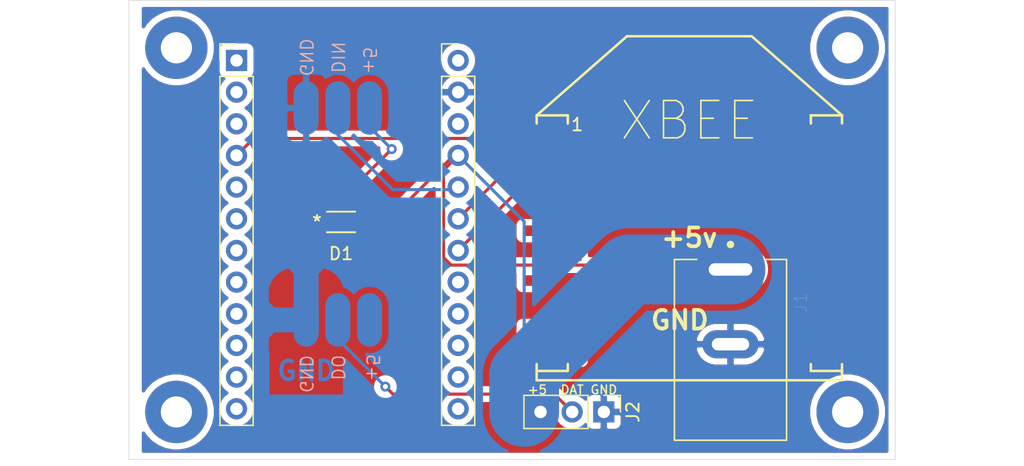
<source format=kicad_pcb>
(kicad_pcb (version 20171130) (host pcbnew 5.1.6-c6e7f7d~87~ubuntu18.04.1)

  (general
    (thickness 1.6)
    (drawings 16)
    (tracks 34)
    (zones 0)
    (modules 10)
    (nets 44)
  )

  (page A4)
  (layers
    (0 F.Cu signal)
    (31 B.Cu signal)
    (32 B.Adhes user hide)
    (33 F.Adhes user hide)
    (34 B.Paste user hide)
    (35 F.Paste user hide)
    (36 B.SilkS user)
    (37 F.SilkS user)
    (38 B.Mask user)
    (39 F.Mask user)
    (40 Dwgs.User user hide)
    (41 Cmts.User user hide)
    (42 Eco1.User user hide)
    (43 Eco2.User user hide)
    (44 Edge.Cuts user)
    (45 Margin user)
    (46 B.CrtYd user)
    (47 F.CrtYd user)
    (48 B.Fab user)
    (49 F.Fab user)
  )

  (setup
    (last_trace_width 2.76)
    (user_trace_width 2.76)
    (user_trace_width 5.6)
    (trace_clearance 0.2)
    (zone_clearance 0.508)
    (zone_45_only no)
    (trace_min 0.2)
    (via_size 0.8)
    (via_drill 0.4)
    (via_min_size 0.4)
    (via_min_drill 0.3)
    (uvia_size 0.3)
    (uvia_drill 0.1)
    (uvias_allowed no)
    (uvia_min_size 0.2)
    (uvia_min_drill 0.1)
    (edge_width 0.05)
    (segment_width 0.2)
    (pcb_text_width 0.3)
    (pcb_text_size 1.5 1.5)
    (mod_edge_width 0.12)
    (mod_text_size 1 1)
    (mod_text_width 0.15)
    (pad_size 2 4.3)
    (pad_drill 0)
    (pad_to_mask_clearance 0.05)
    (aux_axis_origin 0 0)
    (visible_elements FFFFFF7F)
    (pcbplotparams
      (layerselection 0x010fc_ffffffff)
      (usegerberextensions false)
      (usegerberattributes true)
      (usegerberadvancedattributes true)
      (creategerberjobfile true)
      (excludeedgelayer true)
      (linewidth 0.100000)
      (plotframeref false)
      (viasonmask false)
      (mode 1)
      (useauxorigin false)
      (hpglpennumber 1)
      (hpglpenspeed 20)
      (hpglpendiameter 15.000000)
      (psnegative false)
      (psa4output false)
      (plotreference true)
      (plotvalue true)
      (plotinvisibletext false)
      (padsonsilk false)
      (subtractmaskfromsilk false)
      (outputformat 1)
      (mirror false)
      (drillshape 1)
      (scaleselection 1)
      (outputdirectory ""))
  )

  (net 0 "")
  (net 1 +5V)
  (net 2 "Net-(D1-Pad1)")
  (net 3 GND)
  (net 4 "Net-(D2-Pad1)")
  (net 5 "Net-(D2-Pad5)")
  (net 6 "Net-(D2-Pad2)")
  (net 7 "Net-(M1-Pad20)")
  (net 8 "Net-(M1-Pad19)")
  (net 9 "Net-(M1-Pad18)")
  (net 10 "Net-(M1-Pad17)")
  (net 11 "Net-(M1-Pad16)")
  (net 12 "Net-(M1-Pad15)")
  (net 13 "Net-(M1-Pad14)")
  (net 14 "Net-(M1-Pad13)")
  (net 15 "Net-(M1-Pad12)")
  (net 16 "Net-(M1-Pad11)")
  (net 17 "Net-(M1-Pad9)")
  (net 18 "Net-(M1-Pad8)")
  (net 19 "Net-(M1-Pad7)")
  (net 20 "Net-(M1-Pad6)")
  (net 21 "Net-(M1-Pad5)")
  (net 22 "Net-(M1-Pad4)")
  (net 23 "Net-(M1-Pad3)")
  (net 24 "Net-(M1-Pad2)")
  (net 25 "Net-(M1-Pad1)")
  (net 26 "Net-(U1-Pad14)")
  (net 27 "Net-(U1-Pad15)")
  (net 28 "Net-(U1-Pad24)")
  (net 29 "Net-(U1-Pad17)")
  (net 30 "Net-(U1-Pad13)")
  (net 31 "Net-(U1-Pad16)")
  (net 32 "Net-(U1-Pad22)")
  (net 33 "Net-(U1-Pad12)")
  (net 34 "Net-(U1-Pad11)")
  (net 35 "Net-(U1-Pad10)")
  (net 36 "Net-(U1-Pad9)")
  (net 37 "Net-(U1-Pad8)")
  (net 38 "Net-(U1-Pad7)")
  (net 39 "Net-(U1-Pad6)")
  (net 40 "Net-(U1-Pad5)")
  (net 41 "Net-(U1-Pad3)")
  (net 42 "Net-(U1-Pad2)")
  (net 43 "Net-(U1-Pad1)")

  (net_class Default "This is the default net class."
    (clearance 0.2)
    (trace_width 0.25)
    (via_dia 0.8)
    (via_drill 0.4)
    (uvia_dia 0.3)
    (uvia_drill 0.1)
    (add_net +5V)
    (add_net GND)
    (add_net "Net-(D1-Pad1)")
    (add_net "Net-(D2-Pad1)")
    (add_net "Net-(D2-Pad2)")
    (add_net "Net-(D2-Pad5)")
    (add_net "Net-(M1-Pad1)")
    (add_net "Net-(M1-Pad11)")
    (add_net "Net-(M1-Pad12)")
    (add_net "Net-(M1-Pad13)")
    (add_net "Net-(M1-Pad14)")
    (add_net "Net-(M1-Pad15)")
    (add_net "Net-(M1-Pad16)")
    (add_net "Net-(M1-Pad17)")
    (add_net "Net-(M1-Pad18)")
    (add_net "Net-(M1-Pad19)")
    (add_net "Net-(M1-Pad2)")
    (add_net "Net-(M1-Pad20)")
    (add_net "Net-(M1-Pad3)")
    (add_net "Net-(M1-Pad4)")
    (add_net "Net-(M1-Pad5)")
    (add_net "Net-(M1-Pad6)")
    (add_net "Net-(M1-Pad7)")
    (add_net "Net-(M1-Pad8)")
    (add_net "Net-(M1-Pad9)")
    (add_net "Net-(U1-Pad1)")
    (add_net "Net-(U1-Pad10)")
    (add_net "Net-(U1-Pad11)")
    (add_net "Net-(U1-Pad12)")
    (add_net "Net-(U1-Pad13)")
    (add_net "Net-(U1-Pad14)")
    (add_net "Net-(U1-Pad15)")
    (add_net "Net-(U1-Pad16)")
    (add_net "Net-(U1-Pad17)")
    (add_net "Net-(U1-Pad2)")
    (add_net "Net-(U1-Pad22)")
    (add_net "Net-(U1-Pad24)")
    (add_net "Net-(U1-Pad3)")
    (add_net "Net-(U1-Pad5)")
    (add_net "Net-(U1-Pad6)")
    (add_net "Net-(U1-Pad7)")
    (add_net "Net-(U1-Pad8)")
    (add_net "Net-(U1-Pad9)")
  )

  (module propeller:PropellerMini-Throughole (layer F.Cu) (tedit 60091FBF) (tstamp 600C86EF)
    (at 112.268 54.356)
    (descr "Through hole straight pin header, 1x12, 2.54mm pitch, single row")
    (tags "Through hole pin header THT 1x12 2.54mm single row")
    (path /600851B6)
    (fp_text reference U1 (at 1.27 -6.35) (layer F.SilkS) hide
      (effects (font (size 1 1) (thickness 0.15)))
    )
    (fp_text value Propeller_Mini (at 8.89 8.89 180) (layer F.Fab)
      (effects (font (size 1 1) (thickness 0.15)))
    )
    (fp_text user %R (at 8.89 12.7) (layer F.Fab) hide
      (effects (font (size 1 1) (thickness 0.15)))
    )
    (fp_line (start -0.635 -1.27) (end 1.27 -1.27) (layer F.Fab) (width 0.1))
    (fp_line (start 1.27 -1.27) (end 1.27 29.21) (layer F.Fab) (width 0.1))
    (fp_line (start 1.27 29.21) (end -1.27 29.21) (layer F.Fab) (width 0.1))
    (fp_line (start -1.27 29.21) (end -1.27 -0.635) (layer F.Fab) (width 0.1))
    (fp_line (start -1.27 -0.635) (end -0.635 -1.27) (layer F.Fab) (width 0.1))
    (fp_line (start -1.33 29.27) (end 1.33 29.27) (layer F.SilkS) (width 0.12))
    (fp_line (start -1.33 1.27) (end -1.33 29.27) (layer F.SilkS) (width 0.12))
    (fp_line (start 1.33 1.27) (end 1.33 29.27) (layer F.SilkS) (width 0.12))
    (fp_line (start -1.33 1.27) (end 1.33 1.27) (layer F.SilkS) (width 0.12))
    (fp_line (start -1.33 0) (end -1.33 -1.33) (layer F.SilkS) (width 0.12))
    (fp_line (start -1.33 -1.33) (end 0 -1.33) (layer F.SilkS) (width 0.12))
    (fp_line (start -1.8 -1.8) (end -1.8 29.75) (layer F.CrtYd) (width 0.05))
    (fp_line (start -1.8 29.75) (end 1.8 29.75) (layer F.CrtYd) (width 0.05))
    (fp_line (start 1.8 29.75) (end 1.8 -1.8) (layer F.CrtYd) (width 0.05))
    (fp_line (start 1.8 -1.8) (end -1.8 -1.8) (layer F.CrtYd) (width 0.05))
    (fp_line (start 15.98 -1.8) (end 15.98 29.75) (layer F.CrtYd) (width 0.05))
    (fp_line (start 16.51 29.21) (end 16.51 -0.635) (layer F.Fab) (width 0.1))
    (fp_line (start 19.11 1.27) (end 19.11 29.27) (layer F.SilkS) (width 0.12))
    (fp_line (start 19.58 -1.8) (end 15.98 -1.8) (layer F.CrtYd) (width 0.05))
    (fp_line (start 16.45 29.27) (end 19.11 29.27) (layer F.SilkS) (width 0.12))
    (fp_line (start 19.58 29.75) (end 19.58 -1.8) (layer F.CrtYd) (width 0.05))
    (fp_line (start 16.45 -1.33) (end 17.78 -1.33) (layer F.SilkS) (width 0.12))
    (fp_line (start 16.51 -0.635) (end 17.145 -1.27) (layer F.Fab) (width 0.1))
    (fp_line (start 16.45 1.27) (end 19.11 1.27) (layer F.SilkS) (width 0.12))
    (fp_line (start 15.98 29.75) (end 19.58 29.75) (layer F.CrtYd) (width 0.05))
    (fp_line (start 16.45 1.27) (end 16.45 29.27) (layer F.SilkS) (width 0.12))
    (fp_line (start 16.45 0) (end 16.45 -1.33) (layer F.SilkS) (width 0.12))
    (fp_line (start 17.145 -1.27) (end 19.05 -1.27) (layer F.Fab) (width 0.1))
    (fp_line (start 19.05 29.21) (end 16.51 29.21) (layer F.Fab) (width 0.1))
    (fp_line (start 19.05 -1.27) (end 19.05 29.21) (layer F.Fab) (width 0.1))
    (pad 14 thru_hole oval (at 17.78 25.4) (size 1.7 1.7) (drill 1) (layers *.Cu *.Mask)
      (net 26 "Net-(U1-Pad14)"))
    (pad 15 thru_hole oval (at 17.78 22.86) (size 1.7 1.7) (drill 1) (layers *.Cu *.Mask)
      (net 27 "Net-(U1-Pad15)"))
    (pad 24 thru_hole circle (at 17.78 0) (size 1.7 1.7) (drill 1) (layers *.Cu *.Mask)
      (net 28 "Net-(U1-Pad24)"))
    (pad 17 thru_hole oval (at 17.78 17.78 270) (size 1.7 1.7) (drill 1) (layers *.Cu *.Mask)
      (net 29 "Net-(U1-Pad17)"))
    (pad 13 thru_hole oval (at 17.78 27.94 90) (size 1.7 1.7) (drill 1) (layers *.Cu *.Mask)
      (net 30 "Net-(U1-Pad13)"))
    (pad 16 thru_hole oval (at 17.78 20.32 90) (size 1.7 1.7) (drill 1) (layers *.Cu *.Mask)
      (net 31 "Net-(U1-Pad16)"))
    (pad 18 thru_hole oval (at 17.78 15.24) (size 1.7 1.7) (drill 1) (layers *.Cu *.Mask)
      (net 23 "Net-(M1-Pad3)"))
    (pad 22 thru_hole oval (at 17.78 5.08) (size 1.7 1.7) (drill 1) (layers *.Cu *.Mask)
      (net 32 "Net-(U1-Pad22)"))
    (pad 23 thru_hole oval (at 17.78 2.54) (size 1.7 1.7) (drill 1) (layers *.Cu *.Mask)
      (net 3 GND))
    (pad 19 thru_hole oval (at 17.78 12.7) (size 1.7 1.7) (drill 1) (layers *.Cu *.Mask)
      (net 24 "Net-(M1-Pad2)"))
    (pad 20 thru_hole oval (at 17.78 10.16) (size 1.7 1.7) (drill 1) (layers *.Cu *.Mask)
      (net 6 "Net-(D2-Pad2)"))
    (pad 21 thru_hole oval (at 17.78 7.62) (size 1.7 1.7) (drill 1) (layers *.Cu *.Mask)
      (net 1 +5V))
    (pad 12 thru_hole oval (at 0 27.94) (size 1.7 1.7) (drill 1) (layers *.Cu *.Mask)
      (net 33 "Net-(U1-Pad12)"))
    (pad 11 thru_hole oval (at 0 25.4) (size 1.7 1.7) (drill 1) (layers *.Cu *.Mask)
      (net 34 "Net-(U1-Pad11)"))
    (pad 10 thru_hole oval (at 0 22.86) (size 1.7 1.7) (drill 1) (layers *.Cu *.Mask)
      (net 35 "Net-(U1-Pad10)"))
    (pad 9 thru_hole oval (at 0 20.32) (size 1.7 1.7) (drill 1) (layers *.Cu *.Mask)
      (net 36 "Net-(U1-Pad9)"))
    (pad 8 thru_hole oval (at 0 17.78) (size 1.7 1.7) (drill 1) (layers *.Cu *.Mask)
      (net 37 "Net-(U1-Pad8)"))
    (pad 7 thru_hole oval (at 0 15.24) (size 1.7 1.7) (drill 1) (layers *.Cu *.Mask)
      (net 38 "Net-(U1-Pad7)"))
    (pad 6 thru_hole oval (at 0 12.7) (size 1.7 1.7) (drill 1) (layers *.Cu *.Mask)
      (net 39 "Net-(U1-Pad6)"))
    (pad 5 thru_hole oval (at 0 10.16) (size 1.7 1.7) (drill 1) (layers *.Cu *.Mask)
      (net 40 "Net-(U1-Pad5)"))
    (pad 4 thru_hole oval (at 0 7.62) (size 1.7 1.7) (drill 1) (layers *.Cu *.Mask)
      (net 25 "Net-(M1-Pad1)"))
    (pad 3 thru_hole oval (at 0 5.08) (size 1.7 1.7) (drill 1) (layers *.Cu *.Mask)
      (net 41 "Net-(U1-Pad3)"))
    (pad 2 thru_hole oval (at 0 2.54) (size 1.7 1.7) (drill 1) (layers *.Cu *.Mask)
      (net 42 "Net-(U1-Pad2)"))
    (pad 1 thru_hole rect (at 0 0) (size 1.7 1.7) (drill 1) (layers *.Cu *.Mask)
      (net 43 "Net-(U1-Pad1)"))
    (model ${KISYS3DMOD}/Connector_PinHeader_2.54mm.3dshapes/PinHeader_1x12_P2.54mm_Vertical.wrl
      (at (xyz 0 0 0))
      (scale (xyz 1 1 1))
      (rotate (xyz 0 0 0))
    )
  )

  (module MountingHole:MountingHole_2.5mm_Pad_TopBottom (layer F.Cu) (tedit 56D1B4CB) (tstamp 600CD46E)
    (at 107.442 53.34)
    (descr "Mounting Hole 2.5mm")
    (tags "mounting hole 2.5mm")
    (attr virtual)
    (fp_text reference "" (at 0 -3.5) (layer F.SilkS)
      (effects (font (size 1 1) (thickness 0.15)))
    )
    (fp_text value MountingHole_2.5mm_Pad_TopBottom (at 0 3.5) (layer F.Fab)
      (effects (font (size 1 1) (thickness 0.15)))
    )
    (fp_circle (center 0 0) (end 2.75 0) (layer F.CrtYd) (width 0.05))
    (fp_circle (center 0 0) (end 2.5 0) (layer Cmts.User) (width 0.15))
    (fp_text user %R (at 0.3 0) (layer F.Fab)
      (effects (font (size 1 1) (thickness 0.15)))
    )
    (pad 1 thru_hole circle (at 0 0) (size 2.9 2.9) (drill 2.5) (layers *.Cu *.Mask))
    (pad 1 connect circle (at 0 0) (size 5 5) (layers F.Cu F.Mask))
    (pad 1 connect circle (at 0 0) (size 5 5) (layers B.Cu B.Mask))
  )

  (module MountingHole:MountingHole_2.5mm_Pad_TopBottom (layer F.Cu) (tedit 56D1B4CB) (tstamp 600CD45C)
    (at 107.442 82.55)
    (descr "Mounting Hole 2.5mm")
    (tags "mounting hole 2.5mm")
    (attr virtual)
    (fp_text reference REF** (at 0 -3.5) (layer F.SilkS) hide
      (effects (font (size 1 1) (thickness 0.15)))
    )
    (fp_text value MountingHole_2.5mm_Pad_TopBottom (at 0 3.5) (layer F.Fab)
      (effects (font (size 1 1) (thickness 0.15)))
    )
    (fp_text user %R (at 0.3 0) (layer F.Fab)
      (effects (font (size 1 1) (thickness 0.15)))
    )
    (fp_circle (center 0 0) (end 2.5 0) (layer Cmts.User) (width 0.15))
    (fp_circle (center 0 0) (end 2.75 0) (layer F.CrtYd) (width 0.05))
    (pad 1 connect circle (at 0 0) (size 5 5) (layers B.Cu B.Mask))
    (pad 1 connect circle (at 0 0) (size 5 5) (layers F.Cu F.Mask))
    (pad 1 thru_hole circle (at 0 0) (size 2.9 2.9) (drill 2.5) (layers *.Cu *.Mask))
  )

  (module MountingHole:MountingHole_2.5mm_Pad_TopBottom (layer F.Cu) (tedit 56D1B4CB) (tstamp 600CD44A)
    (at 161.29 82.55)
    (descr "Mounting Hole 2.5mm")
    (tags "mounting hole 2.5mm")
    (attr virtual)
    (fp_text reference REF** (at 0 -3.5) (layer F.SilkS) hide
      (effects (font (size 1 1) (thickness 0.15)))
    )
    (fp_text value MountingHole_2.5mm_Pad_TopBottom (at 0 3.5) (layer F.Fab)
      (effects (font (size 1 1) (thickness 0.15)))
    )
    (fp_circle (center 0 0) (end 2.75 0) (layer F.CrtYd) (width 0.05))
    (fp_circle (center 0 0) (end 2.5 0) (layer Cmts.User) (width 0.15))
    (fp_text user %R (at 0.3 0) (layer F.Fab)
      (effects (font (size 1 1) (thickness 0.15)))
    )
    (pad 1 thru_hole circle (at 0 0) (size 2.9 2.9) (drill 2.5) (layers *.Cu *.Mask))
    (pad 1 connect circle (at 0 0) (size 5 5) (layers F.Cu F.Mask))
    (pad 1 connect circle (at 0 0) (size 5 5) (layers B.Cu B.Mask))
  )

  (module MountingHole:MountingHole_2.5mm_Pad_TopBottom (layer F.Cu) (tedit 56D1B4CB) (tstamp 600CD430)
    (at 161.29 53.34)
    (descr "Mounting Hole 2.5mm")
    (tags "mounting hole 2.5mm")
    (attr virtual)
    (fp_text reference REF** (at 0 -3.5) (layer F.SilkS) hide
      (effects (font (size 1 1) (thickness 0.15)))
    )
    (fp_text value MountingHole_2.5mm_Pad_TopBottom (at 0 3.5) (layer F.Fab)
      (effects (font (size 1 1) (thickness 0.15)))
    )
    (fp_text user %R (at 0.3 0) (layer F.Fab)
      (effects (font (size 1 1) (thickness 0.15)))
    )
    (fp_circle (center 0 0) (end 2.5 0) (layer Cmts.User) (width 0.15))
    (fp_circle (center 0 0) (end 2.75 0) (layer F.CrtYd) (width 0.05))
    (pad 1 connect circle (at 0 0) (size 5 5) (layers B.Cu B.Mask))
    (pad 1 connect circle (at 0 0) (size 5 5) (layers F.Cu F.Mask))
    (pad 1 thru_hole circle (at 0 0) (size 2.9 2.9) (drill 2.5) (layers *.Cu *.Mask))
  )

  (module RF-Sparkfun:XBEE-SMD (layer F.Cu) (tedit 200000) (tstamp 600C92DC)
    (at 148.59 80.01)
    (descr "DIGI XBEE AND XBEE-PRO RF MODULES (SMD PADS)")
    (tags "DIGI XBEE AND XBEE-PRO RF MODULES (SMD PADS)")
    (path /6008088A)
    (attr smd)
    (fp_text reference M1 (at 8.89 3.81) (layer F.SilkS) hide
      (effects (font (size 0.6096 0.6096) (thickness 0.127)))
    )
    (fp_text value XBEE (at 0 -20.828) (layer F.SilkS)
      (effects (font (size 3 3) (thickness 0.127)))
    )
    (fp_line (start 9.74852 -21.24964) (end 9.74852 -20.5994) (layer F.SilkS) (width 0.2032))
    (fp_line (start 12.24788 -21.24964) (end 9.74852 -21.24964) (layer F.SilkS) (width 0.2032))
    (fp_line (start 12.24788 -20.5994) (end 12.24788 -21.24964) (layer F.SilkS) (width 0.2032))
    (fp_line (start 12.24788 -0.7493) (end 12.24788 -1.29794) (layer F.SilkS) (width 0.2032))
    (fp_line (start 9.74852 -0.7493) (end 12.24788 -0.7493) (layer F.SilkS) (width 0.2032))
    (fp_line (start 9.74852 -0.7493) (end 9.74852 -1.29794) (layer F.SilkS) (width 0.2032))
    (fp_line (start 9.74852 -21.24964) (end 12.24788 -21.24964) (layer Dwgs.User) (width 0.127))
    (fp_line (start 9.74852 -0.7493) (end 12.24788 -0.7493) (layer Dwgs.User) (width 0.127))
    (fp_line (start 12.24788 -21.24964) (end 12.24788 -0.7493) (layer Dwgs.User) (width 0.127))
    (fp_line (start 9.74852 -0.7493) (end 9.74852 -21.24964) (layer Dwgs.User) (width 0.127))
    (fp_line (start -12.24788 -21.24964) (end -12.24788 -20.5994) (layer F.SilkS) (width 0.2032))
    (fp_line (start -9.74852 -21.24964) (end -12.24788 -21.24964) (layer F.SilkS) (width 0.2032))
    (fp_line (start -9.74852 -20.5994) (end -9.74852 -21.24964) (layer F.SilkS) (width 0.2032))
    (fp_line (start -9.74852 -0.7493) (end -9.74852 -1.29794) (layer F.SilkS) (width 0.2032))
    (fp_line (start -12.24788 -0.7493) (end -9.74852 -0.7493) (layer F.SilkS) (width 0.2032))
    (fp_line (start -12.24788 -21.24964) (end -9.74852 -21.24964) (layer Dwgs.User) (width 0.127))
    (fp_line (start -12.24788 -0.7493) (end -9.74852 -0.7493) (layer Dwgs.User) (width 0.127))
    (fp_line (start -9.74852 -21.24964) (end -9.74852 -0.7493) (layer Dwgs.User) (width 0.127))
    (fp_line (start -12.24788 -0.7493) (end -12.24788 -21.24964) (layer Dwgs.User) (width 0.127))
    (fp_line (start -12.24788 6.2484) (end 12.24788 6.2484) (layer Dwgs.User) (width 0.127))
    (fp_line (start -12.24788 0) (end -12.24788 6.2484) (layer Dwgs.User) (width 0.127))
    (fp_line (start 12.24788 0) (end 12.24788 6.2484) (layer Dwgs.User) (width 0.127))
    (fp_line (start -12.24788 0) (end 12.24788 0) (layer F.SilkS) (width 0.2032))
    (fp_line (start 12.24788 -0.7493) (end 12.24788 0) (layer F.SilkS) (width 0.2032))
    (fp_line (start -12.24788 -0.7493) (end -12.24788 0) (layer F.SilkS) (width 0.2032))
    (fp_line (start -12.24788 -1.29794) (end -12.24788 -0.7493) (layer F.SilkS) (width 0.2032))
    (fp_line (start 12.24788 -21.24964) (end 4.99872 -27.59964) (layer F.SilkS) (width 0.2032))
    (fp_line (start -12.24788 -21.24964) (end -4.99872 -27.59964) (layer F.SilkS) (width 0.2032))
    (fp_line (start -4.99872 -27.59964) (end 4.99872 -27.59964) (layer F.SilkS) (width 0.2032))
    (fp_text user 1 (at -8.9916 -20.50796) (layer F.SilkS)
      (effects (font (size 1.016 1.016) (thickness 0.1524)))
    )
    (pad 20 smd rect (at 9.4996 -19.99996 90) (size 0.84836 1.69926) (layers F.Cu F.Paste F.Mask)
      (net 7 "Net-(M1-Pad20)") (solder_mask_margin 0.1016))
    (pad 19 smd rect (at 12.49934 -17.99844 90) (size 0.84836 1.69926) (layers F.Cu F.Paste F.Mask)
      (net 8 "Net-(M1-Pad19)") (solder_mask_margin 0.1016))
    (pad 18 smd rect (at 9.4996 -15.99946 90) (size 0.84836 1.69926) (layers F.Cu F.Paste F.Mask)
      (net 9 "Net-(M1-Pad18)") (solder_mask_margin 0.1016))
    (pad 17 smd rect (at 12.49934 -13.99794 90) (size 0.84836 1.69926) (layers F.Cu F.Paste F.Mask)
      (net 10 "Net-(M1-Pad17)") (solder_mask_margin 0.1016))
    (pad 16 smd rect (at 9.4996 -11.99896 90) (size 0.84836 1.69926) (layers F.Cu F.Paste F.Mask)
      (net 11 "Net-(M1-Pad16)") (solder_mask_margin 0.1016))
    (pad 15 smd rect (at 12.49934 -9.99998 90) (size 0.84836 1.69926) (layers F.Cu F.Paste F.Mask)
      (net 12 "Net-(M1-Pad15)") (solder_mask_margin 0.1016))
    (pad 14 smd rect (at 9.4996 -7.99846 90) (size 0.84836 1.69926) (layers F.Cu F.Paste F.Mask)
      (net 13 "Net-(M1-Pad14)") (solder_mask_margin 0.1016))
    (pad 13 smd rect (at 12.49934 -5.99948 90) (size 0.84836 1.69926) (layers F.Cu F.Paste F.Mask)
      (net 14 "Net-(M1-Pad13)") (solder_mask_margin 0.1016))
    (pad 12 smd rect (at 9.4996 -3.99796 90) (size 0.84836 1.69926) (layers F.Cu F.Paste F.Mask)
      (net 15 "Net-(M1-Pad12)") (solder_mask_margin 0.1016))
    (pad 11 smd rect (at 12.49934 -1.99898 90) (size 0.84836 1.69926) (layers F.Cu F.Paste F.Mask)
      (net 16 "Net-(M1-Pad11)") (solder_mask_margin 0.1016))
    (pad 10 smd rect (at -9.4996 -1.99898 90) (size 0.84836 1.69926) (layers F.Cu F.Paste F.Mask)
      (net 3 GND) (solder_mask_margin 0.1016))
    (pad 9 smd rect (at -12.49934 -3.99796 90) (size 0.84836 1.69926) (layers F.Cu F.Paste F.Mask)
      (net 17 "Net-(M1-Pad9)") (solder_mask_margin 0.1016))
    (pad 8 smd rect (at -9.4996 -5.99948 90) (size 0.84836 1.69926) (layers F.Cu F.Paste F.Mask)
      (net 18 "Net-(M1-Pad8)") (solder_mask_margin 0.1016))
    (pad 7 smd rect (at -12.49934 -7.99846 90) (size 0.84836 1.69926) (layers F.Cu F.Paste F.Mask)
      (net 19 "Net-(M1-Pad7)") (solder_mask_margin 0.1016))
    (pad 6 smd rect (at -9.4996 -9.99998 90) (size 0.84836 1.69926) (layers F.Cu F.Paste F.Mask)
      (net 20 "Net-(M1-Pad6)") (solder_mask_margin 0.1016))
    (pad 5 smd rect (at -12.49934 -11.99896 90) (size 0.84836 1.69926) (layers F.Cu F.Paste F.Mask)
      (net 21 "Net-(M1-Pad5)") (solder_mask_margin 0.1016))
    (pad 4 smd rect (at -9.4996 -13.99794 90) (size 0.84836 1.69926) (layers F.Cu F.Paste F.Mask)
      (net 22 "Net-(M1-Pad4)") (solder_mask_margin 0.1016))
    (pad 3 smd rect (at -12.49934 -15.99946 90) (size 0.84836 1.69926) (layers F.Cu F.Paste F.Mask)
      (net 23 "Net-(M1-Pad3)") (solder_mask_margin 0.1016))
    (pad 2 smd rect (at -9.4996 -17.99844 90) (size 0.84836 1.69926) (layers F.Cu F.Paste F.Mask)
      (net 24 "Net-(M1-Pad2)") (solder_mask_margin 0.1016))
    (pad 1 smd rect (at -12.49934 -19.99996 90) (size 0.84836 1.69926) (layers F.Cu F.Paste F.Mask)
      (net 25 "Net-(M1-Pad1)") (solder_mask_margin 0.1016))
  )

  (module Connector_PinHeader_2.54mm:PinHeader_1x03_P2.54mm_Vertical (layer F.Cu) (tedit 600C6320) (tstamp 600C7EE6)
    (at 141.732 82.55 270)
    (descr "Through hole straight pin header, 1x03, 2.54mm pitch, single row")
    (tags "Through hole pin header THT 1x03 2.54mm single row")
    (path /600A4058)
    (fp_text reference J2 (at 0 -2.33 90) (layer F.SilkS)
      (effects (font (size 1 1) (thickness 0.15)))
    )
    (fp_text value RGB (at 0 7.41 90) (layer F.Fab)
      (effects (font (size 1 1) (thickness 0.15)))
    )
    (fp_line (start 1.8 -1.8) (end -1.8 -1.8) (layer F.CrtYd) (width 0.05))
    (fp_line (start 1.8 6.85) (end 1.8 -1.8) (layer F.CrtYd) (width 0.05))
    (fp_line (start -1.8 6.85) (end 1.8 6.85) (layer F.CrtYd) (width 0.05))
    (fp_line (start -1.8 -1.8) (end -1.8 6.85) (layer F.CrtYd) (width 0.05))
    (fp_line (start -1.33 -1.33) (end 0 -1.33) (layer F.SilkS) (width 0.12))
    (fp_line (start -1.33 0) (end -1.33 -1.33) (layer F.SilkS) (width 0.12))
    (fp_line (start -1.33 1.27) (end 1.33 1.27) (layer F.SilkS) (width 0.12))
    (fp_line (start 1.33 1.27) (end 1.33 6.41) (layer F.SilkS) (width 0.12))
    (fp_line (start -1.33 1.27) (end -1.33 6.41) (layer F.SilkS) (width 0.12))
    (fp_line (start -1.33 6.41) (end 1.33 6.41) (layer F.SilkS) (width 0.12))
    (fp_line (start -1.27 -0.635) (end -0.635 -1.27) (layer F.Fab) (width 0.1))
    (fp_line (start -1.27 6.35) (end -1.27 -0.635) (layer F.Fab) (width 0.1))
    (fp_line (start 1.27 6.35) (end -1.27 6.35) (layer F.Fab) (width 0.1))
    (fp_line (start 1.27 -1.27) (end 1.27 6.35) (layer F.Fab) (width 0.1))
    (fp_line (start -0.635 -1.27) (end 1.27 -1.27) (layer F.Fab) (width 0.1))
    (fp_text user %R (at 0 2.54) (layer F.Fab)
      (effects (font (size 1 1) (thickness 0.15)))
    )
    (pad 3 thru_hole oval (at 0 5.08 270) (size 1.7 1.7) (drill 1) (layers *.Cu *.Mask)
      (net 1 +5V))
    (pad 2 thru_hole oval (at 0 2.54 270) (size 1.7 1.7) (drill 1) (layers *.Cu *.Mask)
      (net 4 "Net-(D2-Pad1)"))
    (pad 1 thru_hole rect (at 0 0 270) (size 1.7 1.7) (drill 1) (layers *.Cu *.Mask)
      (net 3 GND) (zone_connect 1))
    (model ${KISYS3DMOD}/Connector_PinHeader_2.54mm.3dshapes/PinHeader_1x03_P2.54mm_Vertical.wrl
      (at (xyz 0 0 0))
      (scale (xyz 1 1 1))
      (rotate (xyz 0 0 0))
    )
  )

  (module RobsDigiKeyLibs:WS2812_SMD (layer B.Cu) (tedit 600C6361) (tstamp 600BF9C4)
    (at 120.396 55.626 180)
    (path /600BE741)
    (fp_text reference D2 (at 0 -0.5) (layer B.SilkS) hide
      (effects (font (size 1 1) (thickness 0.15)) (justify mirror))
    )
    (fp_text value WS2812-3in-3out (at 0 0.5) (layer B.Fab) hide
      (effects (font (size 1 1) (thickness 0.15)) (justify mirror))
    )
    (pad 6 smd roundrect (at 2.54 -19.54 180) (size 2 4.3) (layers B.Cu B.Paste B.Mask) (roundrect_rratio 0.5)
      (net 3 GND) (zone_connect 1) (thermal_width 2) (thermal_gap 2))
    (pad 1 smd roundrect (at 0 -19.54 180) (size 2 4.3) (layers B.Cu B.Paste B.Mask) (roundrect_rratio 0.5)
      (net 4 "Net-(D2-Pad1)"))
    (pad 5 smd roundrect (at -2.54 -19.54 180) (size 2 4.3) (layers B.Cu B.Paste B.Mask) (roundrect_rratio 0.5)
      (net 5 "Net-(D2-Pad5)"))
    (pad 4 smd roundrect (at 2.54 -2.54 180) (size 2 4.299999) (layers B.Cu B.Paste B.Mask) (roundrect_rratio 0.5)
      (net 3 GND))
    (pad 2 smd roundrect (at 0 -2.54 180) (size 2 4.3) (layers B.Cu B.Paste B.Mask) (roundrect_rratio 0.5)
      (net 6 "Net-(D2-Pad2)"))
    (pad 3 smd roundrect (at -2.54 -2.54 180) (size 2 4.3) (layers B.Cu B.Paste B.Mask) (roundrect_rratio 0.5)
      (net 2 "Net-(D1-Pad1)"))
  )

  (module digi_footprints:CUI_PJ-037AH (layer F.Cu) (tedit 600C6338) (tstamp 600C9E89)
    (at 151.892 71.12 270)
    (path /600B69BD)
    (fp_text reference J1 (at 2.675 -5.635 90) (layer F.SilkS)
      (effects (font (size 1 1) (thickness 0.015)))
    )
    (fp_text value Barrel_Jack (at 7.12 5.635 270) (layer F.Fab) hide
      (effects (font (size 1 1) (thickness 0.015)))
    )
    (fp_line (start -0.8 -4.5) (end 13.7 -4.5) (layer F.Fab) (width 0.127))
    (fp_line (start 13.7 4.5) (end -0.8 4.5) (layer F.Fab) (width 0.127))
    (fp_line (start -0.8 4.5) (end -0.8 -4.5) (layer F.Fab) (width 0.127))
    (fp_line (start 13.7 -4.5) (end 13.7 4.5) (layer F.SilkS) (width 0.127))
    (fp_line (start 13.7 4.5) (end -0.8 4.5) (layer F.SilkS) (width 0.127))
    (fp_line (start -0.8 4.5) (end -0.8 2.7) (layer F.SilkS) (width 0.127))
    (fp_line (start -0.8 -4.5) (end 13.7 -4.5) (layer F.SilkS) (width 0.127))
    (fp_line (start -0.8 -2.7) (end -0.8 -4.5) (layer F.SilkS) (width 0.127))
    (fp_line (start -1.5 -4.75) (end 13.95 -4.75) (layer F.CrtYd) (width 0.05))
    (fp_line (start 13.95 -4.75) (end 13.95 4.75) (layer F.CrtYd) (width 0.05))
    (fp_line (start 13.95 4.75) (end -1.5 4.75) (layer F.CrtYd) (width 0.05))
    (fp_circle (center -2 0) (end -1.85 0) (layer F.SilkS) (width 0.3))
    (fp_line (start -1.5 -4.75) (end -1.5 4.75) (layer F.CrtYd) (width 0.05))
    (fp_line (start 13.7 -4.5) (end 13.7 4.5) (layer F.Fab) (width 0.127))
    (fp_circle (center -2 0) (end -1.85 0) (layer F.Fab) (width 0.3))
    (pad 2 thru_hole oval (at 6 0 270) (size 2.25 4.5) (drill oval 1 3) (layers *.Cu *.Mask)
      (net 3 GND) (zone_connect 1))
    (pad 1 thru_hole oval (at 0 0 270) (size 2.5 5) (drill oval 1 3.5) (layers *.Cu *.Mask)
      (net 1 +5V))
  )

  (module RobsDigiKeyLibs:RRE02VTM4SFHTR (layer F.Cu) (tedit 0) (tstamp 600C5453)
    (at 120.65 67.31)
    (path /6009EFD7)
    (fp_text reference D1 (at 0 2.54) (layer F.SilkS)
      (effects (font (size 1 1) (thickness 0.15)))
    )
    (fp_text value D_Small (at 0 -2.54) (layer F.SilkS) hide
      (effects (font (size 1 1) (thickness 0.15)))
    )
    (fp_line (start -1.2573 0.6731) (end -1.8034 0.6731) (layer F.CrtYd) (width 0.1524))
    (fp_line (start -1.2573 0.9525) (end -1.2573 0.6731) (layer F.CrtYd) (width 0.1524))
    (fp_line (start 1.2573 0.9525) (end -1.2573 0.9525) (layer F.CrtYd) (width 0.1524))
    (fp_line (start 1.2573 0.6731) (end 1.2573 0.9525) (layer F.CrtYd) (width 0.1524))
    (fp_line (start 1.8034 0.6731) (end 1.2573 0.6731) (layer F.CrtYd) (width 0.1524))
    (fp_line (start 1.8034 -0.6731) (end 1.8034 0.6731) (layer F.CrtYd) (width 0.1524))
    (fp_line (start 1.2573 -0.6731) (end 1.8034 -0.6731) (layer F.CrtYd) (width 0.1524))
    (fp_line (start 1.2573 -0.9525) (end 1.2573 -0.6731) (layer F.CrtYd) (width 0.1524))
    (fp_line (start -1.2573 -0.9525) (end 1.2573 -0.9525) (layer F.CrtYd) (width 0.1524))
    (fp_line (start -1.2573 -0.6731) (end -1.2573 -0.9525) (layer F.CrtYd) (width 0.1524))
    (fp_line (start -1.8034 -0.6731) (end -1.2573 -0.6731) (layer F.CrtYd) (width 0.1524))
    (fp_line (start -1.8034 0.6731) (end -1.8034 -0.6731) (layer F.CrtYd) (width 0.1524))
    (fp_line (start -1.0033 -0.6985) (end -1.0033 0.6985) (layer F.Fab) (width 0.1524))
    (fp_line (start 1.0033 -0.6985) (end -1.0033 -0.6985) (layer F.Fab) (width 0.1524))
    (fp_line (start 1.0033 0.6985) (end 1.0033 -0.6985) (layer F.Fab) (width 0.1524))
    (fp_line (start -1.0033 0.6985) (end 1.0033 0.6985) (layer F.Fab) (width 0.1524))
    (fp_line (start 1.1303 -0.8255) (end -1.1303 -0.8255) (layer F.SilkS) (width 0.1524))
    (fp_line (start -1.1303 0.8255) (end 1.1303 0.8255) (layer F.SilkS) (width 0.1524))
    (fp_line (start -1.0033 0.34925) (end -0.65405 0.6985) (layer F.Fab) (width 0.1524))
    (fp_line (start -1.0033 -0.34925) (end -0.65405 -0.6985) (layer F.Fab) (width 0.1524))
    (fp_line (start 1.3462 -0.4191) (end 1.0033 -0.4191) (layer F.Fab) (width 0.1524))
    (fp_line (start 1.3462 0.4191) (end 1.3462 -0.4191) (layer F.Fab) (width 0.1524))
    (fp_line (start 1.0033 0.4191) (end 1.3462 0.4191) (layer F.Fab) (width 0.1524))
    (fp_line (start 1.0033 -0.4191) (end 1.0033 0.4191) (layer F.Fab) (width 0.1524))
    (fp_line (start -1.3462 0.4191) (end -1.0033 0.4191) (layer F.Fab) (width 0.1524))
    (fp_line (start -1.3462 -0.4191) (end -1.3462 0.4191) (layer F.Fab) (width 0.1524))
    (fp_line (start -1.0033 -0.4191) (end -1.3462 -0.4191) (layer F.Fab) (width 0.1524))
    (fp_line (start -1.0033 0.4191) (end -1.0033 -0.4191) (layer F.Fab) (width 0.1524))
    (fp_text user 0.033in/0.838mm (at 3.7592 0) (layer Dwgs.User)
      (effects (font (size 1 1) (thickness 0.15)))
    )
    (fp_text user * (at -1.9304 0) (layer F.SilkS)
      (effects (font (size 1 1) (thickness 0.15)))
    )
    (fp_text user * (at -0.7493 0) (layer F.Fab)
      (effects (font (size 1 1) (thickness 0.15)))
    )
    (fp_text user 0.018in/0.457mm (at -1.3208 -3.4163) (layer Dwgs.User)
      (effects (font (size 1 1) (thickness 0.15)))
    )
    (fp_text user * (at -0.7493 0) (layer F.Fab)
      (effects (font (size 1 1) (thickness 0.15)))
    )
    (fp_text user * (at -1.9304 0) (layer F.SilkS)
      (effects (font (size 1 1) (thickness 0.15)))
    )
    (fp_text user "Copyright 2016 Accelerated Designs. All rights reserved." (at 0 0) (layer Cmts.User)
      (effects (font (size 0.127 0.127) (thickness 0.002)))
    )
    (pad 2 smd rect (at 1.3208 0) (size 0.4572 0.8382) (layers F.Cu F.Paste F.Mask)
      (net 1 +5V))
    (pad 1 smd rect (at -1.3208 0) (size 0.4572 0.8382) (layers F.Cu F.Paste F.Mask)
      (net 2 "Net-(D1-Pad1)"))
  )

  (gr_line (start 165.1 49.53) (end 103.632 49.53) (layer Edge.Cuts) (width 0.05) (tstamp 600CD64A))
  (gr_line (start 165.1 86.36) (end 165.1 49.53) (layer Edge.Cuts) (width 0.05))
  (gr_line (start 103.632 86.36) (end 165.1 86.36) (layer Edge.Cuts) (width 0.05))
  (gr_line (start 103.632 49.53) (end 103.632 86.36) (layer Edge.Cuts) (width 0.05))
  (gr_text DO (at 120.396 78.994 270) (layer B.SilkS) (tstamp 600C9A3E)
    (effects (font (size 1 1) (thickness 0.12)) (justify mirror))
  )
  (gr_text +5 (at 123.19 78.994 270) (layer B.SilkS) (tstamp 600C9A3C)
    (effects (font (size 1 1) (thickness 0.12)) (justify mirror))
  )
  (gr_text +5 (at 122.936 54.356 270) (layer B.SilkS) (tstamp 600C994B)
    (effects (font (size 1 1) (thickness 0.12)) (justify mirror))
  )
  (gr_text DIN (at 120.396 54.102 270) (layer B.SilkS) (tstamp 600C9949)
    (effects (font (size 1 1) (thickness 0.12)) (justify mirror))
  )
  (gr_text GND (at 117.856 54.102 270) (layer B.SilkS)
    (effects (font (size 1 1) (thickness 0.12)) (justify mirror))
  )
  (gr_text GND (at 117.856 79.502 270) (layer B.SilkS)
    (effects (font (size 1 1) (thickness 0.12)) (justify mirror))
  )
  (gr_text GND (at 117.856 79.248) (layer B.Cu)
    (effects (font (size 1.5 1.5) (thickness 0.3)))
  )
  (gr_text GND (at 141.732 80.772) (layer F.SilkS)
    (effects (font (size 0.7 0.7) (thickness 0.12)))
  )
  (gr_text DAT (at 139.192 80.772) (layer F.SilkS)
    (effects (font (size 0.7 0.7) (thickness 0.12)))
  )
  (gr_text +5 (at 136.398 80.772) (layer F.SilkS)
    (effects (font (size 0.7 0.7) (thickness 0.12)))
  )
  (gr_text GND (at 147.828 75.184) (layer F.SilkS)
    (effects (font (size 1.5 1.5) (thickness 0.3)))
  )
  (gr_text +5v (at 148.59 68.58) (layer F.SilkS)
    (effects (font (size 1.5 1.5) (thickness 0.3)))
  )

  (segment (start 124.3517 67.31) (end 129.4854 62.1763) (width 0.25) (layer F.Cu) (net 1))
  (segment (start 121.9708 67.31) (end 124.3517 67.31) (width 0.25) (layer F.Cu) (net 1))
  (segment (start 151.543001 70.771001) (end 151.892 71.12) (width 0.25) (layer F.Cu) (net 1))
  (segment (start 129.483999 70.771001) (end 151.543001 70.771001) (width 0.25) (layer F.Cu) (net 1))
  (segment (start 128.872999 70.160001) (end 129.483999 70.771001) (width 0.25) (layer F.Cu) (net 1))
  (segment (start 128.872999 63.151001) (end 128.872999 70.160001) (width 0.25) (layer F.Cu) (net 1))
  (segment (start 130.048 61.976) (end 128.872999 63.151001) (width 0.25) (layer F.Cu) (net 1))
  (segment (start 135.341999 79.570001) (end 135.341999 82.55) (width 5.6) (layer B.Cu) (net 1))
  (segment (start 151.892 71.12) (end 143.792 71.12) (width 5.6) (layer B.Cu) (net 1))
  (segment (start 143.792 71.12) (end 135.341999 79.570001) (width 5.6) (layer B.Cu) (net 1))
  (segment (start 135.341999 67.269999) (end 135.341999 79.570001) (width 0.25) (layer B.Cu) (net 1))
  (segment (start 130.048 61.976) (end 135.341999 67.269999) (width 0.25) (layer B.Cu) (net 1))
  (via (at 124.714 61.468) (size 0.8) (drill 0.4) (layers F.Cu B.Cu) (net 2))
  (segment (start 119.3292 67.31) (end 119.3292 66.8528) (width 0.25) (layer F.Cu) (net 2))
  (segment (start 119.3292 66.8528) (end 124.714 61.468) (width 0.25) (layer F.Cu) (net 2))
  (segment (start 122.936 59.69) (end 122.936 58.166) (width 0.25) (layer B.Cu) (net 2))
  (segment (start 124.714 61.468) (end 122.936 59.69) (width 0.25) (layer B.Cu) (net 2))
  (segment (start 151.00098 78.01102) (end 151.892 77.12) (width 0.25) (layer F.Cu) (net 3))
  (via (at 124.206 80.518) (size 0.8) (drill 0.4) (layers F.Cu B.Cu) (net 4))
  (segment (start 120.396 75.166) (end 120.396 76.708) (width 0.25) (layer B.Cu) (net 4))
  (segment (start 120.396 76.708) (end 124.206 80.518) (width 0.25) (layer B.Cu) (net 4))
  (segment (start 137.762999 81.120999) (end 139.192 82.55) (width 0.25) (layer F.Cu) (net 4))
  (segment (start 124.808999 81.120999) (end 137.762999 81.120999) (width 0.25) (layer F.Cu) (net 4))
  (segment (start 124.206 80.518) (end 124.808999 81.120999) (width 0.25) (layer F.Cu) (net 4))
  (segment (start 124.7963 64.7163) (end 129.4854 64.7163) (width 0.25) (layer B.Cu) (net 6))
  (segment (start 120.396 60.316) (end 124.7963 64.7163) (width 0.25) (layer B.Cu) (net 6))
  (segment (start 120.396 58.166) (end 120.396 60.316) (width 0.25) (layer B.Cu) (net 6))
  (segment (start 135.63346 64.01054) (end 136.09066 64.01054) (width 0.25) (layer F.Cu) (net 23))
  (segment (start 130.048 69.596) (end 135.63346 64.01054) (width 0.25) (layer F.Cu) (net 23))
  (segment (start 135.09244 62.01156) (end 139.0904 62.01156) (width 0.25) (layer F.Cu) (net 24))
  (segment (start 130.048 67.056) (end 135.09244 62.01156) (width 0.25) (layer F.Cu) (net 24))
  (segment (start 135.489699 60.611001) (end 136.09066 60.01004) (width 0.25) (layer F.Cu) (net 25))
  (segment (start 113.632999 60.611001) (end 135.489699 60.611001) (width 0.25) (layer F.Cu) (net 25))
  (segment (start 112.268 61.976) (end 113.632999 60.611001) (width 0.25) (layer F.Cu) (net 25))

  (zone (net 0) (net_name "") (layer Dwgs.User) (tstamp 0) (hatch edge 0.508)
    (connect_pads (clearance 0.508))
    (min_thickness 0.254)
    (fill yes (arc_segments 32) (thermal_gap 0.508) (thermal_bridge_width 0.508))
    (polygon
      (pts
        (xy 165.1 86.36) (xy 104.14 86.36) (xy 104.14 49.53) (xy 165.1 49.53)
      )
    )
    (filled_polygon
      (pts
        (xy 164.973 86.233) (xy 104.267 86.233) (xy 104.267 49.657) (xy 164.973 49.657)
      )
    )
  )
  (zone (net 3) (net_name GND) (layer F.Cu) (tstamp 0) (hatch edge 0.508)
    (connect_pads (clearance 0.508))
    (min_thickness 0.254)
    (fill yes (arc_segments 32) (thermal_gap 0.508) (thermal_bridge_width 0.508))
    (polygon
      (pts
        (xy 165.1 86.36) (xy 103.632 86.36) (xy 103.632 49.53) (xy 165.1 49.53)
      )
    )
    (filled_polygon
      (pts
        (xy 164.44 85.7) (xy 104.8 85.7) (xy 104.8 84.238819) (xy 105.006886 84.548446) (xy 105.443554 84.985114)
        (xy 105.957021 85.328201) (xy 106.527554 85.564524) (xy 107.133229 85.685) (xy 107.750771 85.685) (xy 108.356446 85.564524)
        (xy 108.926979 85.328201) (xy 109.440446 84.985114) (xy 109.877114 84.548446) (xy 110.220201 84.034979) (xy 110.456524 83.464446)
        (xy 110.577 82.858771) (xy 110.577 82.241229) (xy 110.456524 81.635554) (xy 110.220201 81.065021) (xy 109.877114 80.551554)
        (xy 109.440446 80.114886) (xy 108.926979 79.771799) (xy 108.356446 79.535476) (xy 107.750771 79.415) (xy 107.133229 79.415)
        (xy 106.527554 79.535476) (xy 105.957021 79.771799) (xy 105.443554 80.114886) (xy 105.006886 80.551554) (xy 104.8 80.861181)
        (xy 104.8 55.028819) (xy 105.006886 55.338446) (xy 105.443554 55.775114) (xy 105.957021 56.118201) (xy 106.527554 56.354524)
        (xy 107.133229 56.475) (xy 107.750771 56.475) (xy 108.356446 56.354524) (xy 108.926979 56.118201) (xy 109.440446 55.775114)
        (xy 109.877114 55.338446) (xy 110.220201 54.824979) (xy 110.456524 54.254446) (xy 110.577 53.648771) (xy 110.577 53.506)
        (xy 110.779928 53.506) (xy 110.779928 55.206) (xy 110.792188 55.330482) (xy 110.828498 55.45018) (xy 110.887463 55.560494)
        (xy 110.966815 55.657185) (xy 111.063506 55.736537) (xy 111.17382 55.795502) (xy 111.24638 55.817513) (xy 111.114525 55.949368)
        (xy 110.95201 56.192589) (xy 110.840068 56.462842) (xy 110.783 56.74974) (xy 110.783 57.04226) (xy 110.840068 57.329158)
        (xy 110.95201 57.599411) (xy 111.114525 57.842632) (xy 111.321368 58.049475) (xy 111.49576 58.166) (xy 111.321368 58.282525)
        (xy 111.114525 58.489368) (xy 110.95201 58.732589) (xy 110.840068 59.002842) (xy 110.783 59.28974) (xy 110.783 59.58226)
        (xy 110.840068 59.869158) (xy 110.95201 60.139411) (xy 111.114525 60.382632) (xy 111.321368 60.589475) (xy 111.49576 60.706)
        (xy 111.321368 60.822525) (xy 111.114525 61.029368) (xy 110.95201 61.272589) (xy 110.840068 61.542842) (xy 110.783 61.82974)
        (xy 110.783 62.12226) (xy 110.840068 62.409158) (xy 110.95201 62.679411) (xy 111.114525 62.922632) (xy 111.321368 63.129475)
        (xy 111.49576 63.246) (xy 111.321368 63.362525) (xy 111.114525 63.569368) (xy 110.95201 63.812589) (xy 110.840068 64.082842)
        (xy 110.783 64.36974) (xy 110.783 64.66226) (xy 110.840068 64.949158) (xy 110.95201 65.219411) (xy 111.114525 65.462632)
        (xy 111.321368 65.669475) (xy 111.49576 65.786) (xy 111.321368 65.902525) (xy 111.114525 66.109368) (xy 110.95201 66.352589)
        (xy 110.840068 66.622842) (xy 110.783 66.90974) (xy 110.783 67.20226) (xy 110.840068 67.489158) (xy 110.95201 67.759411)
        (xy 111.114525 68.002632) (xy 111.321368 68.209475) (xy 111.49576 68.326) (xy 111.321368 68.442525) (xy 111.114525 68.649368)
        (xy 110.95201 68.892589) (xy 110.840068 69.162842) (xy 110.783 69.44974) (xy 110.783 69.74226) (xy 110.840068 70.029158)
        (xy 110.95201 70.299411) (xy 111.114525 70.542632) (xy 111.321368 70.749475) (xy 111.49576 70.866) (xy 111.321368 70.982525)
        (xy 111.114525 71.189368) (xy 110.95201 71.432589) (xy 110.840068 71.702842) (xy 110.783 71.98974) (xy 110.783 72.28226)
        (xy 110.840068 72.569158) (xy 110.95201 72.839411) (xy 111.114525 73.082632) (xy 111.321368 73.289475) (xy 111.49576 73.406)
        (xy 111.321368 73.522525) (xy 111.114525 73.729368) (xy 110.95201 73.972589) (xy 110.840068 74.242842) (xy 110.783 74.52974)
        (xy 110.783 74.82226) (xy 110.840068 75.109158) (xy 110.95201 75.379411) (xy 111.114525 75.622632) (xy 111.321368 75.829475)
        (xy 111.49576 75.946) (xy 111.321368 76.062525) (xy 111.114525 76.269368) (xy 110.95201 76.512589) (xy 110.840068 76.782842)
        (xy 110.783 77.06974) (xy 110.783 77.36226) (xy 110.840068 77.649158) (xy 110.95201 77.919411) (xy 111.114525 78.162632)
        (xy 111.321368 78.369475) (xy 111.49576 78.486) (xy 111.321368 78.602525) (xy 111.114525 78.809368) (xy 110.95201 79.052589)
        (xy 110.840068 79.322842) (xy 110.783 79.60974) (xy 110.783 79.90226) (xy 110.840068 80.189158) (xy 110.95201 80.459411)
        (xy 111.114525 80.702632) (xy 111.321368 80.909475) (xy 111.49576 81.026) (xy 111.321368 81.142525) (xy 111.114525 81.349368)
        (xy 110.95201 81.592589) (xy 110.840068 81.862842) (xy 110.783 82.14974) (xy 110.783 82.44226) (xy 110.840068 82.729158)
        (xy 110.95201 82.999411) (xy 111.114525 83.242632) (xy 111.321368 83.449475) (xy 111.564589 83.61199) (xy 111.834842 83.723932)
        (xy 112.12174 83.781) (xy 112.41426 83.781) (xy 112.701158 83.723932) (xy 112.971411 83.61199) (xy 113.214632 83.449475)
        (xy 113.421475 83.242632) (xy 113.58399 82.999411) (xy 113.695932 82.729158) (xy 113.753 82.44226) (xy 113.753 82.14974)
        (xy 113.695932 81.862842) (xy 113.58399 81.592589) (xy 113.421475 81.349368) (xy 113.214632 81.142525) (xy 113.04024 81.026)
        (xy 113.214632 80.909475) (xy 113.421475 80.702632) (xy 113.58399 80.459411) (xy 113.695932 80.189158) (xy 113.753 79.90226)
        (xy 113.753 79.60974) (xy 113.695932 79.322842) (xy 113.58399 79.052589) (xy 113.421475 78.809368) (xy 113.214632 78.602525)
        (xy 113.04024 78.486) (xy 113.214632 78.369475) (xy 113.421475 78.162632) (xy 113.58399 77.919411) (xy 113.695932 77.649158)
        (xy 113.753 77.36226) (xy 113.753 77.06974) (xy 113.695932 76.782842) (xy 113.58399 76.512589) (xy 113.421475 76.269368)
        (xy 113.214632 76.062525) (xy 113.04024 75.946) (xy 113.214632 75.829475) (xy 113.421475 75.622632) (xy 113.58399 75.379411)
        (xy 113.695932 75.109158) (xy 113.753 74.82226) (xy 113.753 74.52974) (xy 113.695932 74.242842) (xy 113.58399 73.972589)
        (xy 113.421475 73.729368) (xy 113.214632 73.522525) (xy 113.04024 73.406) (xy 113.214632 73.289475) (xy 113.421475 73.082632)
        (xy 113.58399 72.839411) (xy 113.695932 72.569158) (xy 113.753 72.28226) (xy 113.753 71.98974) (xy 113.695932 71.702842)
        (xy 113.58399 71.432589) (xy 113.421475 71.189368) (xy 113.214632 70.982525) (xy 113.04024 70.866) (xy 113.214632 70.749475)
        (xy 113.421475 70.542632) (xy 113.58399 70.299411) (xy 113.695932 70.029158) (xy 113.753 69.74226) (xy 113.753 69.44974)
        (xy 113.695932 69.162842) (xy 113.58399 68.892589) (xy 113.421475 68.649368) (xy 113.214632 68.442525) (xy 113.04024 68.326)
        (xy 113.214632 68.209475) (xy 113.421475 68.002632) (xy 113.58399 67.759411) (xy 113.695932 67.489158) (xy 113.753 67.20226)
        (xy 113.753 66.90974) (xy 113.695932 66.622842) (xy 113.58399 66.352589) (xy 113.421475 66.109368) (xy 113.214632 65.902525)
        (xy 113.04024 65.786) (xy 113.214632 65.669475) (xy 113.421475 65.462632) (xy 113.58399 65.219411) (xy 113.695932 64.949158)
        (xy 113.753 64.66226) (xy 113.753 64.36974) (xy 113.695932 64.082842) (xy 113.58399 63.812589) (xy 113.421475 63.569368)
        (xy 113.214632 63.362525) (xy 113.04024 63.246) (xy 113.214632 63.129475) (xy 113.421475 62.922632) (xy 113.58399 62.679411)
        (xy 113.695932 62.409158) (xy 113.753 62.12226) (xy 113.753 61.82974) (xy 113.70921 61.609592) (xy 113.947801 61.371001)
        (xy 123.679 61.371001) (xy 123.679 61.428198) (xy 118.818198 66.289001) (xy 118.7892 66.312799) (xy 118.753337 66.356498)
        (xy 118.746106 66.360363) (xy 118.649415 66.439715) (xy 118.570063 66.536406) (xy 118.511098 66.64672) (xy 118.474788 66.766418)
        (xy 118.462528 66.8909) (xy 118.462528 67.7291) (xy 118.474788 67.853582) (xy 118.511098 67.97328) (xy 118.570063 68.083594)
        (xy 118.649415 68.180285) (xy 118.746106 68.259637) (xy 118.85642 68.318602) (xy 118.976118 68.354912) (xy 119.1006 68.367172)
        (xy 119.5578 68.367172) (xy 119.682282 68.354912) (xy 119.80198 68.318602) (xy 119.912294 68.259637) (xy 120.008985 68.180285)
        (xy 120.088337 68.083594) (xy 120.147302 67.97328) (xy 120.183612 67.853582) (xy 120.195872 67.7291) (xy 120.195872 67.060929)
        (xy 124.753802 62.503) (xy 124.815939 62.503) (xy 125.015898 62.463226) (xy 125.204256 62.385205) (xy 125.373774 62.271937)
        (xy 125.517937 62.127774) (xy 125.631205 61.958256) (xy 125.709226 61.769898) (xy 125.749 61.569939) (xy 125.749 61.371001)
        (xy 128.691247 61.371001) (xy 128.620068 61.542842) (xy 128.563 61.82974) (xy 128.563 62.023898) (xy 124.036899 66.55)
        (xy 122.737203 66.55) (xy 122.729937 66.536406) (xy 122.650585 66.439715) (xy 122.553894 66.360363) (xy 122.44358 66.301398)
        (xy 122.323882 66.265088) (xy 122.1994 66.252828) (xy 121.7422 66.252828) (xy 121.617718 66.265088) (xy 121.49802 66.301398)
        (xy 121.387706 66.360363) (xy 121.291015 66.439715) (xy 121.211663 66.536406) (xy 121.152698 66.64672) (xy 121.116388 66.766418)
        (xy 121.104128 66.8909) (xy 121.104128 67.7291) (xy 121.116388 67.853582) (xy 121.152698 67.97328) (xy 121.211663 68.083594)
        (xy 121.291015 68.180285) (xy 121.387706 68.259637) (xy 121.49802 68.318602) (xy 121.617718 68.354912) (xy 121.7422 68.367172)
        (xy 122.1994 68.367172) (xy 122.323882 68.354912) (xy 122.44358 68.318602) (xy 122.553894 68.259637) (xy 122.650585 68.180285)
        (xy 122.729937 68.083594) (xy 122.737203 68.07) (xy 124.314378 68.07) (xy 124.3517 68.073676) (xy 124.389022 68.07)
        (xy 124.389033 68.07) (xy 124.500686 68.059003) (xy 124.643947 68.015546) (xy 124.775976 67.944974) (xy 124.891701 67.850001)
        (xy 124.915504 67.820997) (xy 128.112999 64.623502) (xy 128.113 70.122669) (xy 128.109323 70.160001) (xy 128.113 70.197334)
        (xy 128.123997 70.308987) (xy 128.137179 70.352443) (xy 128.167453 70.452247) (xy 128.238025 70.584277) (xy 128.292784 70.651)
        (xy 128.332999 70.700002) (xy 128.361996 70.723799) (xy 128.867704 71.229509) (xy 128.73201 71.432589) (xy 128.620068 71.702842)
        (xy 128.563 71.98974) (xy 128.563 72.28226) (xy 128.620068 72.569158) (xy 128.73201 72.839411) (xy 128.894525 73.082632)
        (xy 129.101368 73.289475) (xy 129.27576 73.406) (xy 129.101368 73.522525) (xy 128.894525 73.729368) (xy 128.73201 73.972589)
        (xy 128.620068 74.242842) (xy 128.563 74.52974) (xy 128.563 74.82226) (xy 128.620068 75.109158) (xy 128.73201 75.379411)
        (xy 128.894525 75.622632) (xy 129.101368 75.829475) (xy 129.27576 75.946) (xy 129.101368 76.062525) (xy 128.894525 76.269368)
        (xy 128.73201 76.512589) (xy 128.620068 76.782842) (xy 128.563 77.06974) (xy 128.563 77.36226) (xy 128.620068 77.649158)
        (xy 128.73201 77.919411) (xy 128.894525 78.162632) (xy 129.101368 78.369475) (xy 129.27576 78.486) (xy 129.101368 78.602525)
        (xy 128.894525 78.809368) (xy 128.73201 79.052589) (xy 128.620068 79.322842) (xy 128.563 79.60974) (xy 128.563 79.90226)
        (xy 128.620068 80.189158) (xy 128.691247 80.360999) (xy 125.230048 80.360999) (xy 125.201226 80.216102) (xy 125.123205 80.027744)
        (xy 125.009937 79.858226) (xy 124.865774 79.714063) (xy 124.696256 79.600795) (xy 124.507898 79.522774) (xy 124.307939 79.483)
        (xy 124.104061 79.483) (xy 123.904102 79.522774) (xy 123.715744 79.600795) (xy 123.546226 79.714063) (xy 123.402063 79.858226)
        (xy 123.288795 80.027744) (xy 123.210774 80.216102) (xy 123.171 80.416061) (xy 123.171 80.619939) (xy 123.210774 80.819898)
        (xy 123.288795 81.008256) (xy 123.402063 81.177774) (xy 123.546226 81.321937) (xy 123.715744 81.435205) (xy 123.904102 81.513226)
        (xy 124.104061 81.553) (xy 124.166198 81.553) (xy 124.245199 81.632001) (xy 124.268998 81.661) (xy 124.384723 81.755973)
        (xy 124.516752 81.826545) (xy 124.660013 81.870002) (xy 124.771666 81.880999) (xy 124.771675 81.880999) (xy 124.808998 81.884675)
        (xy 124.846321 81.880999) (xy 128.616456 81.880999) (xy 128.563 82.14974) (xy 128.563 82.44226) (xy 128.620068 82.729158)
        (xy 128.73201 82.999411) (xy 128.894525 83.242632) (xy 129.101368 83.449475) (xy 129.344589 83.61199) (xy 129.614842 83.723932)
        (xy 129.90174 83.781) (xy 130.19426 83.781) (xy 130.481158 83.723932) (xy 130.751411 83.61199) (xy 130.994632 83.449475)
        (xy 131.201475 83.242632) (xy 131.36399 82.999411) (xy 131.475932 82.729158) (xy 131.533 82.44226) (xy 131.533 82.14974)
        (xy 131.479544 81.880999) (xy 135.321757 81.880999) (xy 135.224068 82.116842) (xy 135.167 82.40374) (xy 135.167 82.69626)
        (xy 135.224068 82.983158) (xy 135.33601 83.253411) (xy 135.498525 83.496632) (xy 135.705368 83.703475) (xy 135.948589 83.86599)
        (xy 136.218842 83.977932) (xy 136.50574 84.035) (xy 136.79826 84.035) (xy 137.085158 83.977932) (xy 137.355411 83.86599)
        (xy 137.598632 83.703475) (xy 137.805475 83.496632) (xy 137.922 83.32224) (xy 138.038525 83.496632) (xy 138.245368 83.703475)
        (xy 138.488589 83.86599) (xy 138.758842 83.977932) (xy 139.04574 84.035) (xy 139.33826 84.035) (xy 139.625158 83.977932)
        (xy 139.895411 83.86599) (xy 140.138632 83.703475) (xy 140.270487 83.57162) (xy 140.292498 83.64418) (xy 140.351463 83.754494)
        (xy 140.430815 83.851185) (xy 140.527506 83.930537) (xy 140.63782 83.989502) (xy 140.757518 84.025812) (xy 140.882 84.038072)
        (xy 141.44625 84.035) (xy 141.605 83.87625) (xy 141.605 82.677) (xy 141.859 82.677) (xy 141.859 83.87625)
        (xy 142.01775 84.035) (xy 142.582 84.038072) (xy 142.706482 84.025812) (xy 142.82618 83.989502) (xy 142.936494 83.930537)
        (xy 143.033185 83.851185) (xy 143.112537 83.754494) (xy 143.171502 83.64418) (xy 143.207812 83.524482) (xy 143.220072 83.4)
        (xy 143.217 82.83575) (xy 143.05825 82.677) (xy 141.859 82.677) (xy 141.605 82.677) (xy 141.585 82.677)
        (xy 141.585 82.423) (xy 141.605 82.423) (xy 141.605 81.22375) (xy 141.859 81.22375) (xy 141.859 82.423)
        (xy 143.05825 82.423) (xy 143.217 82.26425) (xy 143.217125 82.241229) (xy 158.155 82.241229) (xy 158.155 82.858771)
        (xy 158.275476 83.464446) (xy 158.511799 84.034979) (xy 158.854886 84.548446) (xy 159.291554 84.985114) (xy 159.805021 85.328201)
        (xy 160.375554 85.564524) (xy 160.981229 85.685) (xy 161.598771 85.685) (xy 162.204446 85.564524) (xy 162.774979 85.328201)
        (xy 163.288446 84.985114) (xy 163.725114 84.548446) (xy 164.068201 84.034979) (xy 164.304524 83.464446) (xy 164.425 82.858771)
        (xy 164.425 82.241229) (xy 164.304524 81.635554) (xy 164.068201 81.065021) (xy 163.725114 80.551554) (xy 163.288446 80.114886)
        (xy 162.774979 79.771799) (xy 162.204446 79.535476) (xy 161.598771 79.415) (xy 160.981229 79.415) (xy 160.375554 79.535476)
        (xy 159.805021 79.771799) (xy 159.291554 80.114886) (xy 158.854886 80.551554) (xy 158.511799 81.065021) (xy 158.275476 81.635554)
        (xy 158.155 82.241229) (xy 143.217125 82.241229) (xy 143.220072 81.7) (xy 143.207812 81.575518) (xy 143.171502 81.45582)
        (xy 143.112537 81.345506) (xy 143.033185 81.248815) (xy 142.936494 81.169463) (xy 142.82618 81.110498) (xy 142.706482 81.074188)
        (xy 142.582 81.061928) (xy 142.01775 81.065) (xy 141.859 81.22375) (xy 141.605 81.22375) (xy 141.44625 81.065)
        (xy 140.882 81.061928) (xy 140.757518 81.074188) (xy 140.63782 81.110498) (xy 140.527506 81.169463) (xy 140.430815 81.248815)
        (xy 140.351463 81.345506) (xy 140.292498 81.45582) (xy 140.270487 81.52838) (xy 140.138632 81.396525) (xy 139.895411 81.23401)
        (xy 139.625158 81.122068) (xy 139.33826 81.065) (xy 139.04574 81.065) (xy 138.825592 81.108791) (xy 138.326803 80.610002)
        (xy 138.303 80.580998) (xy 138.187275 80.486025) (xy 138.055246 80.415453) (xy 137.911985 80.371996) (xy 137.800332 80.360999)
        (xy 137.800321 80.360999) (xy 137.762999 80.357323) (xy 137.725677 80.360999) (xy 131.404753 80.360999) (xy 131.475932 80.189158)
        (xy 131.533 79.90226) (xy 131.533 79.60974) (xy 131.475932 79.322842) (xy 131.36399 79.052589) (xy 131.201475 78.809368)
        (xy 130.994632 78.602525) (xy 130.82024 78.486) (xy 130.896267 78.4352) (xy 137.602698 78.4352) (xy 137.614958 78.559682)
        (xy 137.651268 78.67938) (xy 137.710233 78.789694) (xy 137.789585 78.886385) (xy 137.886276 78.965737) (xy 137.99659 79.024702)
        (xy 138.116288 79.061012) (xy 138.24077 79.073272) (xy 138.80465 79.0702) (xy 138.9634 78.91145) (xy 138.9634 78.13802)
        (xy 139.2174 78.13802) (xy 139.2174 78.91145) (xy 139.37615 79.0702) (xy 139.94003 79.073272) (xy 140.064512 79.061012)
        (xy 140.18421 79.024702) (xy 140.294524 78.965737) (xy 140.391215 78.886385) (xy 140.470567 78.789694) (xy 140.529532 78.67938)
        (xy 140.565842 78.559682) (xy 140.578102 78.4352) (xy 140.57503 78.29677) (xy 140.41628 78.13802) (xy 139.2174 78.13802)
        (xy 138.9634 78.13802) (xy 137.76452 78.13802) (xy 137.60577 78.29677) (xy 137.602698 78.4352) (xy 130.896267 78.4352)
        (xy 130.994632 78.369475) (xy 131.201475 78.162632) (xy 131.36399 77.919411) (xy 131.475932 77.649158) (xy 131.488327 77.58684)
        (xy 137.602698 77.58684) (xy 137.60577 77.72527) (xy 137.76452 77.88402) (xy 138.9634 77.88402) (xy 138.9634 77.11059)
        (xy 139.2174 77.11059) (xy 139.2174 77.88402) (xy 140.41628 77.88402) (xy 140.57503 77.72527) (xy 140.578102 77.58684)
        (xy 140.571524 77.520043) (xy 149.053067 77.520043) (xy 149.092371 77.67619) (xy 149.233056 77.992207) (xy 149.432689 78.274705)
        (xy 149.683599 78.512829) (xy 149.976144 78.697427) (xy 150.299081 78.821406) (xy 150.64 78.88) (xy 151.765 78.88)
        (xy 151.765 77.247) (xy 152.019 77.247) (xy 152.019 78.88) (xy 153.144 78.88) (xy 153.484919 78.821406)
        (xy 153.807856 78.697427) (xy 154.100401 78.512829) (xy 154.351311 78.274705) (xy 154.550944 77.992207) (xy 154.691629 77.67619)
        (xy 154.714119 77.58684) (xy 159.601638 77.58684) (xy 159.601638 78.4352) (xy 159.613898 78.559682) (xy 159.650208 78.67938)
        (xy 159.709173 78.789694) (xy 159.788525 78.886385) (xy 159.885216 78.965737) (xy 159.99553 79.024702) (xy 160.115228 79.061012)
        (xy 160.23971 79.073272) (xy 161.93897 79.073272) (xy 162.063452 79.061012) (xy 162.18315 79.024702) (xy 162.293464 78.965737)
        (xy 162.390155 78.886385) (xy 162.469507 78.789694) (xy 162.528472 78.67938) (xy 162.564782 78.559682) (xy 162.577042 78.4352)
        (xy 162.577042 77.58684) (xy 162.564782 77.462358) (xy 162.528472 77.34266) (xy 162.469507 77.232346) (xy 162.390155 77.135655)
        (xy 162.293464 77.056303) (xy 162.18315 76.997338) (xy 162.063452 76.961028) (xy 161.93897 76.948768) (xy 160.23971 76.948768)
        (xy 160.115228 76.961028) (xy 159.99553 76.997338) (xy 159.885216 77.056303) (xy 159.788525 77.135655) (xy 159.709173 77.232346)
        (xy 159.650208 77.34266) (xy 159.613898 77.462358) (xy 159.601638 77.58684) (xy 154.714119 77.58684) (xy 154.730933 77.520043)
        (xy 154.613206 77.247) (xy 152.019 77.247) (xy 151.765 77.247) (xy 149.170794 77.247) (xy 149.053067 77.520043)
        (xy 140.571524 77.520043) (xy 140.565842 77.462358) (xy 140.529532 77.34266) (xy 140.470567 77.232346) (xy 140.391215 77.135655)
        (xy 140.294524 77.056303) (xy 140.18421 76.997338) (xy 140.064512 76.961028) (xy 139.94003 76.948768) (xy 139.37615 76.95184)
        (xy 139.2174 77.11059) (xy 138.9634 77.11059) (xy 138.80465 76.95184) (xy 138.24077 76.948768) (xy 138.116288 76.961028)
        (xy 137.99659 76.997338) (xy 137.886276 77.056303) (xy 137.789585 77.135655) (xy 137.710233 77.232346) (xy 137.651268 77.34266)
        (xy 137.614958 77.462358) (xy 137.602698 77.58684) (xy 131.488327 77.58684) (xy 131.533 77.36226) (xy 131.533 77.06974)
        (xy 131.475932 76.782842) (xy 131.36399 76.512589) (xy 131.201475 76.269368) (xy 130.994632 76.062525) (xy 130.82024 75.946)
        (xy 130.994632 75.829475) (xy 131.201475 75.622632) (xy 131.224708 75.58786) (xy 134.602958 75.58786) (xy 134.602958 76.43622)
        (xy 134.615218 76.560702) (xy 134.651528 76.6804) (xy 134.710493 76.790714) (xy 134.789845 76.887405) (xy 134.886536 76.966757)
        (xy 134.99685 77.025722) (xy 135.116548 77.062032) (xy 135.24103 77.074292) (xy 136.94029 77.074292) (xy 137.064772 77.062032)
        (xy 137.18447 77.025722) (xy 137.294784 76.966757) (xy 137.391475 76.887405) (xy 137.470827 76.790714) (xy 137.508648 76.719957)
        (xy 149.053067 76.719957) (xy 149.170794 76.993) (xy 151.765 76.993) (xy 151.765 75.36) (xy 152.019 75.36)
        (xy 152.019 76.993) (xy 154.613206 76.993) (xy 154.730933 76.719957) (xy 154.691629 76.56381) (xy 154.550944 76.247793)
        (xy 154.351311 75.965295) (xy 154.100401 75.727171) (xy 153.879626 75.58786) (xy 156.601898 75.58786) (xy 156.601898 76.43622)
        (xy 156.614158 76.560702) (xy 156.650468 76.6804) (xy 156.709433 76.790714) (xy 156.788785 76.887405) (xy 156.885476 76.966757)
        (xy 156.99579 77.025722) (xy 157.115488 77.062032) (xy 157.23997 77.074292) (xy 158.93923 77.074292) (xy 159.063712 77.062032)
        (xy 159.18341 77.025722) (xy 159.293724 76.966757) (xy 159.390415 76.887405) (xy 159.469767 76.790714) (xy 159.528732 76.6804)
        (xy 159.565042 76.560702) (xy 159.577302 76.43622) (xy 159.577302 75.58786) (xy 159.565042 75.463378) (xy 159.528732 75.34368)
        (xy 159.469767 75.233366) (xy 159.390415 75.136675) (xy 159.293724 75.057323) (xy 159.18341 74.998358) (xy 159.063712 74.962048)
        (xy 158.93923 74.949788) (xy 157.23997 74.949788) (xy 157.115488 74.962048) (xy 156.99579 74.998358) (xy 156.885476 75.057323)
        (xy 156.788785 75.136675) (xy 156.709433 75.233366) (xy 156.650468 75.34368) (xy 156.614158 75.463378) (xy 156.601898 75.58786)
        (xy 153.879626 75.58786) (xy 153.807856 75.542573) (xy 153.484919 75.418594) (xy 153.144 75.36) (xy 152.019 75.36)
        (xy 151.765 75.36) (xy 150.64 75.36) (xy 150.299081 75.418594) (xy 149.976144 75.542573) (xy 149.683599 75.727171)
        (xy 149.432689 75.965295) (xy 149.233056 76.247793) (xy 149.092371 76.56381) (xy 149.053067 76.719957) (xy 137.508648 76.719957)
        (xy 137.529792 76.6804) (xy 137.566102 76.560702) (xy 137.578362 76.43622) (xy 137.578362 75.58786) (xy 137.566102 75.463378)
        (xy 137.529792 75.34368) (xy 137.470827 75.233366) (xy 137.391475 75.136675) (xy 137.294784 75.057323) (xy 137.18447 74.998358)
        (xy 137.064772 74.962048) (xy 136.94029 74.949788) (xy 135.24103 74.949788) (xy 135.116548 74.962048) (xy 134.99685 74.998358)
        (xy 134.886536 75.057323) (xy 134.789845 75.136675) (xy 134.710493 75.233366) (xy 134.651528 75.34368) (xy 134.615218 75.463378)
        (xy 134.602958 75.58786) (xy 131.224708 75.58786) (xy 131.36399 75.379411) (xy 131.475932 75.109158) (xy 131.533 74.82226)
        (xy 131.533 74.52974) (xy 131.475932 74.242842) (xy 131.36399 73.972589) (xy 131.201475 73.729368) (xy 131.058447 73.58634)
        (xy 137.602698 73.58634) (xy 137.602698 74.4347) (xy 137.614958 74.559182) (xy 137.651268 74.67888) (xy 137.710233 74.789194)
        (xy 137.789585 74.885885) (xy 137.886276 74.965237) (xy 137.99659 75.024202) (xy 138.116288 75.060512) (xy 138.24077 75.072772)
        (xy 139.94003 75.072772) (xy 140.064512 75.060512) (xy 140.18421 75.024202) (xy 140.294524 74.965237) (xy 140.391215 74.885885)
        (xy 140.470567 74.789194) (xy 140.529532 74.67888) (xy 140.565842 74.559182) (xy 140.578102 74.4347) (xy 140.578102 73.58634)
        (xy 159.601638 73.58634) (xy 159.601638 74.4347) (xy 159.613898 74.559182) (xy 159.650208 74.67888) (xy 159.709173 74.789194)
        (xy 159.788525 74.885885) (xy 159.885216 74.965237) (xy 159.99553 75.024202) (xy 160.115228 75.060512) (xy 160.23971 75.072772)
        (xy 161.93897 75.072772) (xy 162.063452 75.060512) (xy 162.18315 75.024202) (xy 162.293464 74.965237) (xy 162.390155 74.885885)
        (xy 162.469507 74.789194) (xy 162.528472 74.67888) (xy 162.564782 74.559182) (xy 162.577042 74.4347) (xy 162.577042 73.58634)
        (xy 162.564782 73.461858) (xy 162.528472 73.34216) (xy 162.469507 73.231846) (xy 162.390155 73.135155) (xy 162.293464 73.055803)
        (xy 162.18315 72.996838) (xy 162.063452 72.960528) (xy 161.93897 72.948268) (xy 160.23971 72.948268) (xy 160.115228 72.960528)
        (xy 159.99553 72.996838) (xy 159.885216 73.055803) (xy 159.788525 73.135155) (xy 159.709173 73.231846) (xy 159.650208 73.34216)
        (xy 159.613898 73.461858) (xy 159.601638 73.58634) (xy 140.578102 73.58634) (xy 140.565842 73.461858) (xy 140.529532 73.34216)
        (xy 140.470567 73.231846) (xy 140.391215 73.135155) (xy 140.294524 73.055803) (xy 140.18421 72.996838) (xy 140.064512 72.960528)
        (xy 139.94003 72.948268) (xy 138.24077 72.948268) (xy 138.116288 72.960528) (xy 137.99659 72.996838) (xy 137.886276 73.055803)
        (xy 137.789585 73.135155) (xy 137.710233 73.231846) (xy 137.651268 73.34216) (xy 137.614958 73.461858) (xy 137.602698 73.58634)
        (xy 131.058447 73.58634) (xy 130.994632 73.522525) (xy 130.82024 73.406) (xy 130.994632 73.289475) (xy 131.201475 73.082632)
        (xy 131.36399 72.839411) (xy 131.475932 72.569158) (xy 131.533 72.28226) (xy 131.533 71.98974) (xy 131.475932 71.702842)
        (xy 131.404753 71.531001) (xy 134.608509 71.531001) (xy 134.602958 71.58736) (xy 134.602958 72.43572) (xy 134.615218 72.560202)
        (xy 134.651528 72.6799) (xy 134.710493 72.790214) (xy 134.789845 72.886905) (xy 134.886536 72.966257) (xy 134.99685 73.025222)
        (xy 135.116548 73.061532) (xy 135.24103 73.073792) (xy 136.94029 73.073792) (xy 137.064772 73.061532) (xy 137.18447 73.025222)
        (xy 137.294784 72.966257) (xy 137.391475 72.886905) (xy 137.470827 72.790214) (xy 137.529792 72.6799) (xy 137.566102 72.560202)
        (xy 137.578362 72.43572) (xy 137.578362 71.58736) (xy 137.572811 71.531001) (xy 148.796857 71.531001) (xy 148.892061 71.844848)
        (xy 149.067097 72.172317) (xy 149.302655 72.459345) (xy 149.589683 72.694903) (xy 149.917152 72.869939) (xy 150.272476 72.977725)
        (xy 150.549403 73.005) (xy 153.234597 73.005) (xy 153.511524 72.977725) (xy 153.866848 72.869939) (xy 154.194317 72.694903)
        (xy 154.481345 72.459345) (xy 154.716903 72.172317) (xy 154.891939 71.844848) (xy 154.970046 71.58736) (xy 156.601898 71.58736)
        (xy 156.601898 72.43572) (xy 156.614158 72.560202) (xy 156.650468 72.6799) (xy 156.709433 72.790214) (xy 156.788785 72.886905)
        (xy 156.885476 72.966257) (xy 156.99579 73.025222) (xy 157.115488 73.061532) (xy 157.23997 73.073792) (xy 158.93923 73.073792)
        (xy 159.063712 73.061532) (xy 159.18341 73.025222) (xy 159.293724 72.966257) (xy 159.390415 72.886905) (xy 159.469767 72.790214)
        (xy 159.528732 72.6799) (xy 159.565042 72.560202) (xy 159.577302 72.43572) (xy 159.577302 71.58736) (xy 159.565042 71.462878)
        (xy 159.528732 71.34318) (xy 159.469767 71.232866) (xy 159.390415 71.136175) (xy 159.293724 71.056823) (xy 159.18341 70.997858)
        (xy 159.063712 70.961548) (xy 158.93923 70.949288) (xy 157.23997 70.949288) (xy 157.115488 70.961548) (xy 156.99579 70.997858)
        (xy 156.885476 71.056823) (xy 156.788785 71.136175) (xy 156.709433 71.232866) (xy 156.650468 71.34318) (xy 156.614158 71.462878)
        (xy 156.601898 71.58736) (xy 154.970046 71.58736) (xy 154.999725 71.489524) (xy 155.03612 71.12) (xy 154.999725 70.750476)
        (xy 154.891939 70.395152) (xy 154.716903 70.067683) (xy 154.481345 69.780655) (xy 154.243963 69.58584) (xy 159.601638 69.58584)
        (xy 159.601638 70.4342) (xy 159.613898 70.558682) (xy 159.650208 70.67838) (xy 159.709173 70.788694) (xy 159.788525 70.885385)
        (xy 159.885216 70.964737) (xy 159.99553 71.023702) (xy 160.115228 71.060012) (xy 160.23971 71.072272) (xy 161.93897 71.072272)
        (xy 162.063452 71.060012) (xy 162.18315 71.023702) (xy 162.293464 70.964737) (xy 162.390155 70.885385) (xy 162.469507 70.788694)
        (xy 162.528472 70.67838) (xy 162.564782 70.558682) (xy 162.577042 70.4342) (xy 162.577042 69.58584) (xy 162.564782 69.461358)
        (xy 162.528472 69.34166) (xy 162.469507 69.231346) (xy 162.390155 69.134655) (xy 162.293464 69.055303) (xy 162.18315 68.996338)
        (xy 162.063452 68.960028) (xy 161.93897 68.947768) (xy 160.23971 68.947768) (xy 160.115228 68.960028) (xy 159.99553 68.996338)
        (xy 159.885216 69.055303) (xy 159.788525 69.134655) (xy 159.709173 69.231346) (xy 159.650208 69.34166) (xy 159.613898 69.461358)
        (xy 159.601638 69.58584) (xy 154.243963 69.58584) (xy 154.194317 69.545097) (xy 153.866848 69.370061) (xy 153.511524 69.262275)
        (xy 153.234597 69.235) (xy 150.549403 69.235) (xy 150.272476 69.262275) (xy 149.917152 69.370061) (xy 149.589683 69.545097)
        (xy 149.302655 69.780655) (xy 149.113615 70.011001) (xy 140.578102 70.011001) (xy 140.578102 69.58584) (xy 140.565842 69.461358)
        (xy 140.529532 69.34166) (xy 140.470567 69.231346) (xy 140.391215 69.134655) (xy 140.294524 69.055303) (xy 140.18421 68.996338)
        (xy 140.064512 68.960028) (xy 139.94003 68.947768) (xy 138.24077 68.947768) (xy 138.116288 68.960028) (xy 137.99659 68.996338)
        (xy 137.886276 69.055303) (xy 137.789585 69.134655) (xy 137.710233 69.231346) (xy 137.651268 69.34166) (xy 137.614958 69.461358)
        (xy 137.602698 69.58584) (xy 137.602698 70.011001) (xy 131.479544 70.011001) (xy 131.533 69.74226) (xy 131.533 69.44974)
        (xy 131.489209 69.229592) (xy 133.131941 67.58686) (xy 134.602958 67.58686) (xy 134.602958 68.43522) (xy 134.615218 68.559702)
        (xy 134.651528 68.6794) (xy 134.710493 68.789714) (xy 134.789845 68.886405) (xy 134.886536 68.965757) (xy 134.99685 69.024722)
        (xy 135.116548 69.061032) (xy 135.24103 69.073292) (xy 136.94029 69.073292) (xy 137.064772 69.061032) (xy 137.18447 69.024722)
        (xy 137.294784 68.965757) (xy 137.391475 68.886405) (xy 137.470827 68.789714) (xy 137.529792 68.6794) (xy 137.566102 68.559702)
        (xy 137.578362 68.43522) (xy 137.578362 67.58686) (xy 156.601898 67.58686) (xy 156.601898 68.43522) (xy 156.614158 68.559702)
        (xy 156.650468 68.6794) (xy 156.709433 68.789714) (xy 156.788785 68.886405) (xy 156.885476 68.965757) (xy 156.99579 69.024722)
        (xy 157.115488 69.061032) (xy 157.23997 69.073292) (xy 158.93923 69.073292) (xy 159.063712 69.061032) (xy 159.18341 69.024722)
        (xy 159.293724 68.965757) (xy 159.390415 68.886405) (xy 159.469767 68.789714) (xy 159.528732 68.6794) (xy 159.565042 68.559702)
        (xy 159.577302 68.43522) (xy 159.577302 67.58686) (xy 159.565042 67.462378) (xy 159.528732 67.34268) (xy 159.469767 67.232366)
        (xy 159.390415 67.135675) (xy 159.293724 67.056323) (xy 159.18341 66.997358) (xy 159.063712 66.961048) (xy 158.93923 66.948788)
        (xy 157.23997 66.948788) (xy 157.115488 66.961048) (xy 156.99579 66.997358) (xy 156.885476 67.056323) (xy 156.788785 67.135675)
        (xy 156.709433 67.232366) (xy 156.650468 67.34268) (xy 156.614158 67.462378) (xy 156.601898 67.58686) (xy 137.578362 67.58686)
        (xy 137.566102 67.462378) (xy 137.529792 67.34268) (xy 137.470827 67.232366) (xy 137.391475 67.135675) (xy 137.294784 67.056323)
        (xy 137.18447 66.997358) (xy 137.064772 66.961048) (xy 136.94029 66.948788) (xy 135.24103 66.948788) (xy 135.116548 66.961048)
        (xy 134.99685 66.997358) (xy 134.886536 67.056323) (xy 134.789845 67.135675) (xy 134.710493 67.232366) (xy 134.651528 67.34268)
        (xy 134.615218 67.462378) (xy 134.602958 67.58686) (xy 133.131941 67.58686) (xy 135.130921 65.58788) (xy 137.602698 65.58788)
        (xy 137.602698 66.43624) (xy 137.614958 66.560722) (xy 137.651268 66.68042) (xy 137.710233 66.790734) (xy 137.789585 66.887425)
        (xy 137.886276 66.966777) (xy 137.99659 67.025742) (xy 138.116288 67.062052) (xy 138.24077 67.074312) (xy 139.94003 67.074312)
        (xy 140.064512 67.062052) (xy 140.18421 67.025742) (xy 140.294524 66.966777) (xy 140.391215 66.887425) (xy 140.470567 66.790734)
        (xy 140.529532 66.68042) (xy 140.565842 66.560722) (xy 140.578102 66.43624) (xy 140.578102 65.58788) (xy 159.601638 65.58788)
        (xy 159.601638 66.43624) (xy 159.613898 66.560722) (xy 159.650208 66.68042) (xy 159.709173 66.790734) (xy 159.788525 66.887425)
        (xy 159.885216 66.966777) (xy 159.99553 67.025742) (xy 160.115228 67.062052) (xy 160.23971 67.074312) (xy 161.93897 67.074312)
        (xy 162.063452 67.062052) (xy 162.18315 67.025742) (xy 162.293464 66.966777) (xy 162.390155 66.887425) (xy 162.469507 66.790734)
        (xy 162.528472 66.68042) (xy 162.564782 66.560722) (xy 162.577042 66.43624) (xy 162.577042 65.58788) (xy 162.564782 65.463398)
        (xy 162.528472 65.3437) (xy 162.469507 65.233386) (xy 162.390155 65.136695) (xy 162.293464 65.057343) (xy 162.18315 64.998378)
        (xy 162.063452 64.962068) (xy 161.93897 64.949808) (xy 160.23971 64.949808) (xy 160.115228 64.962068) (xy 159.99553 64.998378)
        (xy 159.885216 65.057343) (xy 159.788525 65.136695) (xy 159.709173 65.233386) (xy 159.650208 65.3437) (xy 159.613898 65.463398)
        (xy 159.601638 65.58788) (xy 140.578102 65.58788) (xy 140.565842 65.463398) (xy 140.529532 65.3437) (xy 140.470567 65.233386)
        (xy 140.391215 65.136695) (xy 140.294524 65.057343) (xy 140.18421 64.998378) (xy 140.064512 64.962068) (xy 139.94003 64.949808)
        (xy 138.24077 64.949808) (xy 138.116288 64.962068) (xy 137.99659 64.998378) (xy 137.886276 65.057343) (xy 137.789585 65.136695)
        (xy 137.710233 65.233386) (xy 137.651268 65.3437) (xy 137.614958 65.463398) (xy 137.602698 65.58788) (xy 135.130921 65.58788)
        (xy 135.64601 65.072792) (xy 136.94029 65.072792) (xy 137.064772 65.060532) (xy 137.18447 65.024222) (xy 137.294784 64.965257)
        (xy 137.391475 64.885905) (xy 137.470827 64.789214) (xy 137.529792 64.6789) (xy 137.566102 64.559202) (xy 137.578362 64.43472)
        (xy 137.578362 63.58636) (xy 156.601898 63.58636) (xy 156.601898 64.43472) (xy 156.614158 64.559202) (xy 156.650468 64.6789)
        (xy 156.709433 64.789214) (xy 156.788785 64.885905) (xy 156.885476 64.965257) (xy 156.99579 65.024222) (xy 157.115488 65.060532)
        (xy 157.23997 65.072792) (xy 158.93923 65.072792) (xy 159.063712 65.060532) (xy 159.18341 65.024222) (xy 159.293724 64.965257)
        (xy 159.390415 64.885905) (xy 159.469767 64.789214) (xy 159.528732 64.6789) (xy 159.565042 64.559202) (xy 159.577302 64.43472)
        (xy 159.577302 63.58636) (xy 159.565042 63.461878) (xy 159.528732 63.34218) (xy 159.469767 63.231866) (xy 159.390415 63.135175)
        (xy 159.293724 63.055823) (xy 159.18341 62.996858) (xy 159.063712 62.960548) (xy 158.93923 62.948288) (xy 157.23997 62.948288)
        (xy 157.115488 62.960548) (xy 156.99579 62.996858) (xy 156.885476 63.055823) (xy 156.788785 63.135175) (xy 156.709433 63.231866)
        (xy 156.650468 63.34218) (xy 156.614158 63.461878) (xy 156.601898 63.58636) (xy 137.578362 63.58636) (xy 137.566102 63.461878)
        (xy 137.529792 63.34218) (xy 137.470827 63.231866) (xy 137.391475 63.135175) (xy 137.294784 63.055823) (xy 137.18447 62.996858)
        (xy 137.064772 62.960548) (xy 136.94029 62.948288) (xy 135.24103 62.948288) (xy 135.229366 62.949437) (xy 135.407243 62.77156)
        (xy 137.700251 62.77156) (xy 137.710233 62.790234) (xy 137.789585 62.886925) (xy 137.886276 62.966277) (xy 137.99659 63.025242)
        (xy 138.116288 63.061552) (xy 138.24077 63.073812) (xy 139.94003 63.073812) (xy 140.064512 63.061552) (xy 140.18421 63.025242)
        (xy 140.294524 62.966277) (xy 140.391215 62.886925) (xy 140.470567 62.790234) (xy 140.529532 62.67992) (xy 140.565842 62.560222)
        (xy 140.578102 62.43574) (xy 140.578102 61.58738) (xy 159.601638 61.58738) (xy 159.601638 62.43574) (xy 159.613898 62.560222)
        (xy 159.650208 62.67992) (xy 159.709173 62.790234) (xy 159.788525 62.886925) (xy 159.885216 62.966277) (xy 159.99553 63.025242)
        (xy 160.115228 63.061552) (xy 160.23971 63.073812) (xy 161.93897 63.073812) (xy 162.063452 63.061552) (xy 162.18315 63.025242)
        (xy 162.293464 62.966277) (xy 162.390155 62.886925) (xy 162.469507 62.790234) (xy 162.528472 62.67992) (xy 162.564782 62.560222)
        (xy 162.577042 62.43574) (xy 162.577042 61.58738) (xy 162.564782 61.462898) (xy 162.528472 61.3432) (xy 162.469507 61.232886)
        (xy 162.390155 61.136195) (xy 162.293464 61.056843) (xy 162.18315 60.997878) (xy 162.063452 60.961568) (xy 161.93897 60.949308)
        (xy 160.23971 60.949308) (xy 160.115228 60.961568) (xy 159.99553 60.997878) (xy 159.885216 61.056843) (xy 159.788525 61.136195)
        (xy 159.709173 61.232886) (xy 159.650208 61.3432) (xy 159.613898 61.462898) (xy 159.601638 61.58738) (xy 140.578102 61.58738)
        (xy 140.565842 61.462898) (xy 140.529532 61.3432) (xy 140.470567 61.232886) (xy 140.391215 61.136195) (xy 140.294524 61.056843)
        (xy 140.18421 60.997878) (xy 140.064512 60.961568) (xy 139.94003 60.949308) (xy 138.24077 60.949308) (xy 138.116288 60.961568)
        (xy 137.99659 60.997878) (xy 137.886276 61.056843) (xy 137.789585 61.136195) (xy 137.710233 61.232886) (xy 137.700251 61.25156)
        (xy 135.903526 61.25156) (xy 135.913975 61.245975) (xy 136.0297 61.151002) (xy 136.053502 61.121999) (xy 136.103209 61.072292)
        (xy 136.94029 61.072292) (xy 137.064772 61.060032) (xy 137.18447 61.023722) (xy 137.294784 60.964757) (xy 137.391475 60.885405)
        (xy 137.470827 60.788714) (xy 137.529792 60.6784) (xy 137.566102 60.558702) (xy 137.578362 60.43422) (xy 137.578362 59.58586)
        (xy 156.601898 59.58586) (xy 156.601898 60.43422) (xy 156.614158 60.558702) (xy 156.650468 60.6784) (xy 156.709433 60.788714)
        (xy 156.788785 60.885405) (xy 156.885476 60.964757) (xy 156.99579 61.023722) (xy 157.115488 61.060032) (xy 157.23997 61.072292)
        (xy 158.93923 61.072292) (xy 159.063712 61.060032) (xy 159.18341 61.023722) (xy 159.293724 60.964757) (xy 159.390415 60.885405)
        (xy 159.469767 60.788714) (xy 159.528732 60.6784) (xy 159.565042 60.558702) (xy 159.577302 60.43422) (xy 159.577302 59.58586)
        (xy 159.565042 59.461378) (xy 159.528732 59.34168) (xy 159.469767 59.231366) (xy 159.390415 59.134675) (xy 159.293724 59.055323)
        (xy 159.18341 58.996358) (xy 159.063712 58.960048) (xy 158.93923 58.947788) (xy 157.23997 58.947788) (xy 157.115488 58.960048)
        (xy 156.99579 58.996358) (xy 156.885476 59.055323) (xy 156.788785 59.134675) (xy 156.709433 59.231366) (xy 156.650468 59.34168)
        (xy 156.614158 59.461378) (xy 156.601898 59.58586) (xy 137.578362 59.58586) (xy 137.566102 59.461378) (xy 137.529792 59.34168)
        (xy 137.470827 59.231366) (xy 137.391475 59.134675) (xy 137.294784 59.055323) (xy 137.18447 58.996358) (xy 137.064772 58.960048)
        (xy 136.94029 58.947788) (xy 135.24103 58.947788) (xy 135.116548 58.960048) (xy 134.99685 58.996358) (xy 134.886536 59.055323)
        (xy 134.789845 59.134675) (xy 134.710493 59.231366) (xy 134.651528 59.34168) (xy 134.615218 59.461378) (xy 134.602958 59.58586)
        (xy 134.602958 59.851001) (xy 131.479544 59.851001) (xy 131.533 59.58226) (xy 131.533 59.28974) (xy 131.475932 59.002842)
        (xy 131.36399 58.732589) (xy 131.201475 58.489368) (xy 130.994632 58.282525) (xy 130.812466 58.160805) (xy 130.929355 58.091178)
        (xy 131.145588 57.896269) (xy 131.319641 57.66292) (xy 131.444825 57.400099) (xy 131.489476 57.25289) (xy 131.368155 57.023)
        (xy 130.175 57.023) (xy 130.175 57.043) (xy 129.921 57.043) (xy 129.921 57.023) (xy 128.727845 57.023)
        (xy 128.606524 57.25289) (xy 128.651175 57.400099) (xy 128.776359 57.66292) (xy 128.950412 57.896269) (xy 129.166645 58.091178)
        (xy 129.283534 58.160805) (xy 129.101368 58.282525) (xy 128.894525 58.489368) (xy 128.73201 58.732589) (xy 128.620068 59.002842)
        (xy 128.563 59.28974) (xy 128.563 59.58226) (xy 128.616456 59.851001) (xy 113.699544 59.851001) (xy 113.753 59.58226)
        (xy 113.753 59.28974) (xy 113.695932 59.002842) (xy 113.58399 58.732589) (xy 113.421475 58.489368) (xy 113.214632 58.282525)
        (xy 113.04024 58.166) (xy 113.214632 58.049475) (xy 113.421475 57.842632) (xy 113.58399 57.599411) (xy 113.695932 57.329158)
        (xy 113.753 57.04226) (xy 113.753 56.74974) (xy 113.695932 56.462842) (xy 113.58399 56.192589) (xy 113.421475 55.949368)
        (xy 113.28962 55.817513) (xy 113.36218 55.795502) (xy 113.472494 55.736537) (xy 113.569185 55.657185) (xy 113.648537 55.560494)
        (xy 113.707502 55.45018) (xy 113.743812 55.330482) (xy 113.756072 55.206) (xy 113.756072 54.20974) (xy 128.563 54.20974)
        (xy 128.563 54.50226) (xy 128.620068 54.789158) (xy 128.73201 55.059411) (xy 128.894525 55.302632) (xy 129.101368 55.509475)
        (xy 129.283534 55.631195) (xy 129.166645 55.700822) (xy 128.950412 55.895731) (xy 128.776359 56.12908) (xy 128.651175 56.391901)
        (xy 128.606524 56.53911) (xy 128.727845 56.769) (xy 129.921 56.769) (xy 129.921 56.749) (xy 130.175 56.749)
        (xy 130.175 56.769) (xy 131.368155 56.769) (xy 131.489476 56.53911) (xy 131.444825 56.391901) (xy 131.319641 56.12908)
        (xy 131.145588 55.895731) (xy 130.929355 55.700822) (xy 130.812466 55.631195) (xy 130.994632 55.509475) (xy 131.201475 55.302632)
        (xy 131.36399 55.059411) (xy 131.475932 54.789158) (xy 131.533 54.50226) (xy 131.533 54.20974) (xy 131.475932 53.922842)
        (xy 131.36399 53.652589) (xy 131.201475 53.409368) (xy 130.994632 53.202525) (xy 130.751411 53.04001) (xy 130.730212 53.031229)
        (xy 158.155 53.031229) (xy 158.155 53.648771) (xy 158.275476 54.254446) (xy 158.511799 54.824979) (xy 158.854886 55.338446)
        (xy 159.291554 55.775114) (xy 159.805021 56.118201) (xy 160.375554 56.354524) (xy 160.981229 56.475) (xy 161.598771 56.475)
        (xy 162.204446 56.354524) (xy 162.774979 56.118201) (xy 163.288446 55.775114) (xy 163.725114 55.338446) (xy 164.068201 54.824979)
        (xy 164.304524 54.254446) (xy 164.425 53.648771) (xy 164.425 53.031229) (xy 164.304524 52.425554) (xy 164.068201 51.855021)
        (xy 163.725114 51.341554) (xy 163.288446 50.904886) (xy 162.774979 50.561799) (xy 162.204446 50.325476) (xy 161.598771 50.205)
        (xy 160.981229 50.205) (xy 160.375554 50.325476) (xy 159.805021 50.561799) (xy 159.291554 50.904886) (xy 158.854886 51.341554)
        (xy 158.511799 51.855021) (xy 158.275476 52.425554) (xy 158.155 53.031229) (xy 130.730212 53.031229) (xy 130.481158 52.928068)
        (xy 130.19426 52.871) (xy 129.90174 52.871) (xy 129.614842 52.928068) (xy 129.344589 53.04001) (xy 129.101368 53.202525)
        (xy 128.894525 53.409368) (xy 128.73201 53.652589) (xy 128.620068 53.922842) (xy 128.563 54.20974) (xy 113.756072 54.20974)
        (xy 113.756072 53.506) (xy 113.743812 53.381518) (xy 113.707502 53.26182) (xy 113.648537 53.151506) (xy 113.569185 53.054815)
        (xy 113.472494 52.975463) (xy 113.36218 52.916498) (xy 113.242482 52.880188) (xy 113.118 52.867928) (xy 111.418 52.867928)
        (xy 111.293518 52.880188) (xy 111.17382 52.916498) (xy 111.063506 52.975463) (xy 110.966815 53.054815) (xy 110.887463 53.151506)
        (xy 110.828498 53.26182) (xy 110.792188 53.381518) (xy 110.779928 53.506) (xy 110.577 53.506) (xy 110.577 53.031229)
        (xy 110.456524 52.425554) (xy 110.220201 51.855021) (xy 109.877114 51.341554) (xy 109.440446 50.904886) (xy 108.926979 50.561799)
        (xy 108.356446 50.325476) (xy 107.750771 50.205) (xy 107.133229 50.205) (xy 106.527554 50.325476) (xy 105.957021 50.561799)
        (xy 105.443554 50.904886) (xy 105.006886 51.341554) (xy 104.8 51.651181) (xy 104.8 50.19) (xy 164.440001 50.19)
      )
    )
  )
  (zone (net 3) (net_name GND) (layer B.Cu) (tstamp 0) (hatch edge 0.508)
    (connect_pads (clearance 0.508))
    (min_thickness 0.254)
    (fill yes (arc_segments 32) (thermal_gap 0.508) (thermal_bridge_width 0.508))
    (polygon
      (pts
        (xy 165.1 86.36) (xy 103.632 86.36) (xy 103.632 49.53) (xy 165.1 49.53)
      )
    )
    (filled_polygon
      (pts
        (xy 164.44 85.7) (xy 136.735618 85.7) (xy 137.259616 85.419917) (xy 137.782663 84.990664) (xy 138.211916 84.467617)
        (xy 138.525353 83.881218) (xy 138.758842 83.977932) (xy 139.04574 84.035) (xy 139.33826 84.035) (xy 139.625158 83.977932)
        (xy 139.895411 83.86599) (xy 140.138632 83.703475) (xy 140.270487 83.57162) (xy 140.292498 83.64418) (xy 140.351463 83.754494)
        (xy 140.430815 83.851185) (xy 140.527506 83.930537) (xy 140.63782 83.989502) (xy 140.757518 84.025812) (xy 140.882 84.038072)
        (xy 141.44625 84.035) (xy 141.605 83.87625) (xy 141.605 82.677) (xy 141.859 82.677) (xy 141.859 83.87625)
        (xy 142.01775 84.035) (xy 142.582 84.038072) (xy 142.706482 84.025812) (xy 142.82618 83.989502) (xy 142.936494 83.930537)
        (xy 143.033185 83.851185) (xy 143.112537 83.754494) (xy 143.171502 83.64418) (xy 143.207812 83.524482) (xy 143.220072 83.4)
        (xy 143.217 82.83575) (xy 143.05825 82.677) (xy 141.859 82.677) (xy 141.605 82.677) (xy 141.585 82.677)
        (xy 141.585 82.423) (xy 141.605 82.423) (xy 141.605 81.22375) (xy 141.859 81.22375) (xy 141.859 82.423)
        (xy 143.05825 82.423) (xy 143.217 82.26425) (xy 143.217125 82.241229) (xy 158.155 82.241229) (xy 158.155 82.858771)
        (xy 158.275476 83.464446) (xy 158.511799 84.034979) (xy 158.854886 84.548446) (xy 159.291554 84.985114) (xy 159.805021 85.328201)
        (xy 160.375554 85.564524) (xy 160.981229 85.685) (xy 161.598771 85.685) (xy 162.204446 85.564524) (xy 162.774979 85.328201)
        (xy 163.288446 84.985114) (xy 163.725114 84.548446) (xy 164.068201 84.034979) (xy 164.304524 83.464446) (xy 164.425 82.858771)
        (xy 164.425 82.241229) (xy 164.304524 81.635554) (xy 164.068201 81.065021) (xy 163.725114 80.551554) (xy 163.288446 80.114886)
        (xy 162.774979 79.771799) (xy 162.204446 79.535476) (xy 161.598771 79.415) (xy 160.981229 79.415) (xy 160.375554 79.535476)
        (xy 159.805021 79.771799) (xy 159.291554 80.114886) (xy 158.854886 80.551554) (xy 158.511799 81.065021) (xy 158.275476 81.635554)
        (xy 158.155 82.241229) (xy 143.217125 82.241229) (xy 143.220072 81.7) (xy 143.207812 81.575518) (xy 143.171502 81.45582)
        (xy 143.112537 81.345506) (xy 143.033185 81.248815) (xy 142.936494 81.169463) (xy 142.82618 81.110498) (xy 142.706482 81.074188)
        (xy 142.582 81.061928) (xy 142.01775 81.065) (xy 141.859 81.22375) (xy 141.605 81.22375) (xy 141.44625 81.065)
        (xy 140.882 81.061928) (xy 140.757518 81.074188) (xy 140.63782 81.110498) (xy 140.527506 81.169463) (xy 140.430815 81.248815)
        (xy 140.351463 81.345506) (xy 140.292498 81.45582) (xy 140.270487 81.52838) (xy 140.138632 81.396525) (xy 139.895411 81.23401)
        (xy 139.625158 81.122068) (xy 139.33826 81.065) (xy 139.04574 81.065) (xy 138.776999 81.118456) (xy 138.776999 80.992824)
        (xy 142.24978 77.520043) (xy 149.053067 77.520043) (xy 149.092371 77.67619) (xy 149.233056 77.992207) (xy 149.432689 78.274705)
        (xy 149.683599 78.512829) (xy 149.976144 78.697427) (xy 150.299081 78.821406) (xy 150.64 78.88) (xy 151.765 78.88)
        (xy 151.765 77.247) (xy 152.019 77.247) (xy 152.019 78.88) (xy 153.144 78.88) (xy 153.484919 78.821406)
        (xy 153.807856 78.697427) (xy 154.100401 78.512829) (xy 154.351311 78.274705) (xy 154.550944 77.992207) (xy 154.691629 77.67619)
        (xy 154.730933 77.520043) (xy 154.613206 77.247) (xy 152.019 77.247) (xy 151.765 77.247) (xy 149.170794 77.247)
        (xy 149.053067 77.520043) (xy 142.24978 77.520043) (xy 143.049866 76.719957) (xy 149.053067 76.719957) (xy 149.170794 76.993)
        (xy 151.765 76.993) (xy 151.765 75.36) (xy 152.019 75.36) (xy 152.019 76.993) (xy 154.613206 76.993)
        (xy 154.730933 76.719957) (xy 154.691629 76.56381) (xy 154.550944 76.247793) (xy 154.351311 75.965295) (xy 154.100401 75.727171)
        (xy 153.807856 75.542573) (xy 153.484919 75.418594) (xy 153.144 75.36) (xy 152.019 75.36) (xy 151.765 75.36)
        (xy 150.64 75.36) (xy 150.299081 75.418594) (xy 149.976144 75.542573) (xy 149.683599 75.727171) (xy 149.432689 75.965295)
        (xy 149.233056 76.247793) (xy 149.092371 76.56381) (xy 149.053067 76.719957) (xy 143.049866 76.719957) (xy 145.214824 74.555)
        (xy 152.060746 74.555) (xy 152.565378 74.505298) (xy 153.212878 74.308881) (xy 153.809617 73.989917) (xy 154.332664 73.560664)
        (xy 154.761917 73.037617) (xy 155.080881 72.440878) (xy 155.277298 71.793378) (xy 155.34362 71.12) (xy 155.277298 70.446622)
        (xy 155.080881 69.799122) (xy 154.761917 69.202383) (xy 154.332664 68.679336) (xy 153.809617 68.250083) (xy 153.212878 67.931119)
        (xy 152.565378 67.734702) (xy 152.060746 67.685) (xy 143.960742 67.685) (xy 143.791999 67.66838) (xy 143.623256 67.685)
        (xy 143.623254 67.685) (xy 143.118622 67.734702) (xy 142.471122 67.931119) (xy 141.874382 68.250083) (xy 141.519899 68.541)
        (xy 141.351336 68.679336) (xy 141.243769 68.810407) (xy 136.101999 73.952178) (xy 136.101999 67.307321) (xy 136.105675 67.269998)
        (xy 136.101999 67.232675) (xy 136.101999 67.232666) (xy 136.091002 67.121013) (xy 136.047545 66.977752) (xy 135.976973 66.845723)
        (xy 135.882 66.729998) (xy 135.853003 66.706201) (xy 131.489209 62.342408) (xy 131.533 62.12226) (xy 131.533 61.82974)
        (xy 131.475932 61.542842) (xy 131.36399 61.272589) (xy 131.201475 61.029368) (xy 130.994632 60.822525) (xy 130.82024 60.706)
        (xy 130.994632 60.589475) (xy 131.201475 60.382632) (xy 131.36399 60.139411) (xy 131.475932 59.869158) (xy 131.533 59.58226)
        (xy 131.533 59.28974) (xy 131.475932 59.002842) (xy 131.36399 58.732589) (xy 131.201475 58.489368) (xy 130.994632 58.282525)
        (xy 130.812466 58.160805) (xy 130.929355 58.091178) (xy 131.145588 57.896269) (xy 131.319641 57.66292) (xy 131.444825 57.400099)
        (xy 131.489476 57.25289) (xy 131.368155 57.023) (xy 130.175 57.023) (xy 130.175 57.043) (xy 129.921 57.043)
        (xy 129.921 57.023) (xy 128.727845 57.023) (xy 128.606524 57.25289) (xy 128.651175 57.400099) (xy 128.776359 57.66292)
        (xy 128.950412 57.896269) (xy 129.166645 58.091178) (xy 129.283534 58.160805) (xy 129.101368 58.282525) (xy 128.894525 58.489368)
        (xy 128.73201 58.732589) (xy 128.620068 59.002842) (xy 128.563 59.28974) (xy 128.563 59.58226) (xy 128.620068 59.869158)
        (xy 128.73201 60.139411) (xy 128.894525 60.382632) (xy 129.101368 60.589475) (xy 129.27576 60.706) (xy 129.101368 60.822525)
        (xy 128.894525 61.029368) (xy 128.73201 61.272589) (xy 128.620068 61.542842) (xy 128.563 61.82974) (xy 128.563 62.12226)
        (xy 128.620068 62.409158) (xy 128.73201 62.679411) (xy 128.894525 62.922632) (xy 129.101368 63.129475) (xy 129.27576 63.246)
        (xy 129.101368 63.362525) (xy 128.894525 63.569368) (xy 128.73201 63.812589) (xy 128.672483 63.9563) (xy 125.111102 63.9563)
        (xy 121.588009 60.433208) (xy 121.666 60.338176) (xy 121.777707 60.474292) (xy 122.025935 60.678007) (xy 122.309136 60.829381)
        (xy 122.616427 60.922597) (xy 122.935999 60.954072) (xy 122.936001 60.954072) (xy 123.108301 60.937102) (xy 123.679 61.507802)
        (xy 123.679 61.569939) (xy 123.718774 61.769898) (xy 123.796795 61.958256) (xy 123.910063 62.127774) (xy 124.054226 62.271937)
        (xy 124.223744 62.385205) (xy 124.412102 62.463226) (xy 124.612061 62.503) (xy 124.815939 62.503) (xy 125.015898 62.463226)
        (xy 125.204256 62.385205) (xy 125.373774 62.271937) (xy 125.517937 62.127774) (xy 125.631205 61.958256) (xy 125.709226 61.769898)
        (xy 125.749 61.569939) (xy 125.749 61.366061) (xy 125.709226 61.166102) (xy 125.631205 60.977744) (xy 125.517937 60.808226)
        (xy 125.373774 60.664063) (xy 125.204256 60.550795) (xy 125.015898 60.472774) (xy 124.815939 60.433) (xy 124.753802 60.433)
        (xy 124.384692 60.06389) (xy 124.449382 59.942863) (xy 124.542598 59.635572) (xy 124.574073 59.316) (xy 124.574073 57.016)
        (xy 124.542598 56.696428) (xy 124.449382 56.389137) (xy 124.298008 56.105936) (xy 124.094293 55.857708) (xy 123.846065 55.653993)
        (xy 123.562864 55.502619) (xy 123.255573 55.409403) (xy 122.936001 55.377928) (xy 122.935999 55.377928) (xy 122.616427 55.409403)
        (xy 122.309136 55.502619) (xy 122.025935 55.653993) (xy 121.777707 55.857708) (xy 121.666 55.993824) (xy 121.554293 55.857708)
        (xy 121.306065 55.653993) (xy 121.022864 55.502619) (xy 120.715573 55.409403) (xy 120.396001 55.377928) (xy 120.395999 55.377928)
        (xy 120.076427 55.409403) (xy 119.769136 55.502619) (xy 119.485935 55.653993) (xy 119.414053 55.712985) (xy 119.386537 55.661507)
        (xy 119.307185 55.564816) (xy 119.210494 55.485464) (xy 119.10018 55.426499) (xy 118.980482 55.390189) (xy 118.856 55.377929)
        (xy 118.14175 55.381001) (xy 117.983 55.539751) (xy 117.983 58.039) (xy 118.003 58.039) (xy 118.003 58.293)
        (xy 117.983 58.293) (xy 117.983 60.792249) (xy 118.14175 60.950999) (xy 118.856 60.954071) (xy 118.980482 60.941811)
        (xy 119.10018 60.905501) (xy 119.210494 60.846536) (xy 119.307185 60.767184) (xy 119.386537 60.670493) (xy 119.414053 60.619015)
        (xy 119.485935 60.678007) (xy 119.769136 60.829381) (xy 119.855705 60.855641) (xy 119.856 60.856001) (xy 119.884998 60.879799)
        (xy 124.232501 65.227303) (xy 124.256299 65.256301) (xy 124.285297 65.280099) (xy 124.372023 65.351274) (xy 124.504053 65.421846)
        (xy 124.647314 65.465303) (xy 124.758967 65.4763) (xy 124.758977 65.4763) (xy 124.7963 65.479976) (xy 124.833623 65.4763)
        (xy 128.908193 65.4763) (xy 129.101368 65.669475) (xy 129.27576 65.786) (xy 129.101368 65.902525) (xy 128.894525 66.109368)
        (xy 128.73201 66.352589) (xy 128.620068 66.622842) (xy 128.563 66.90974) (xy 128.563 67.20226) (xy 128.620068 67.489158)
        (xy 128.73201 67.759411) (xy 128.894525 68.002632) (xy 129.101368 68.209475) (xy 129.27576 68.326) (xy 129.101368 68.442525)
        (xy 128.894525 68.649368) (xy 128.73201 68.892589) (xy 128.620068 69.162842) (xy 128.563 69.44974) (xy 128.563 69.74226)
        (xy 128.620068 70.029158) (xy 128.73201 70.299411) (xy 128.894525 70.542632) (xy 129.101368 70.749475) (xy 129.27576 70.866)
        (xy 129.101368 70.982525) (xy 128.894525 71.189368) (xy 128.73201 71.432589) (xy 128.620068 71.702842) (xy 128.563 71.98974)
        (xy 128.563 72.28226) (xy 128.620068 72.569158) (xy 128.73201 72.839411) (xy 128.894525 73.082632) (xy 129.101368 73.289475)
        (xy 129.27576 73.406) (xy 129.101368 73.522525) (xy 128.894525 73.729368) (xy 128.73201 73.972589) (xy 128.620068 74.242842)
        (xy 128.563 74.52974) (xy 128.563 74.82226) (xy 128.620068 75.109158) (xy 128.73201 75.379411) (xy 128.894525 75.622632)
        (xy 129.101368 75.829475) (xy 129.27576 75.946) (xy 129.101368 76.062525) (xy 128.894525 76.269368) (xy 128.73201 76.512589)
        (xy 128.620068 76.782842) (xy 128.563 77.06974) (xy 128.563 77.36226) (xy 128.620068 77.649158) (xy 128.73201 77.919411)
        (xy 128.894525 78.162632) (xy 129.101368 78.369475) (xy 129.27576 78.486) (xy 129.101368 78.602525) (xy 128.894525 78.809368)
        (xy 128.73201 79.052589) (xy 128.620068 79.322842) (xy 128.563 79.60974) (xy 128.563 79.90226) (xy 128.620068 80.189158)
        (xy 128.73201 80.459411) (xy 128.894525 80.702632) (xy 129.101368 80.909475) (xy 129.27576 81.026) (xy 129.101368 81.142525)
        (xy 128.894525 81.349368) (xy 128.73201 81.592589) (xy 128.620068 81.862842) (xy 128.563 82.14974) (xy 128.563 82.44226)
        (xy 128.620068 82.729158) (xy 128.73201 82.999411) (xy 128.894525 83.242632) (xy 129.101368 83.449475) (xy 129.344589 83.61199)
        (xy 129.614842 83.723932) (xy 129.90174 83.781) (xy 130.19426 83.781) (xy 130.481158 83.723932) (xy 130.751411 83.61199)
        (xy 130.994632 83.449475) (xy 131.201475 83.242632) (xy 131.36399 82.999411) (xy 131.475932 82.729158) (xy 131.533 82.44226)
        (xy 131.533 82.14974) (xy 131.475932 81.862842) (xy 131.36399 81.592589) (xy 131.201475 81.349368) (xy 130.994632 81.142525)
        (xy 130.82024 81.026) (xy 130.994632 80.909475) (xy 131.201475 80.702632) (xy 131.36399 80.459411) (xy 131.475932 80.189158)
        (xy 131.533 79.90226) (xy 131.533 79.60974) (xy 131.475932 79.322842) (xy 131.36399 79.052589) (xy 131.201475 78.809368)
        (xy 130.994632 78.602525) (xy 130.82024 78.486) (xy 130.994632 78.369475) (xy 131.201475 78.162632) (xy 131.36399 77.919411)
        (xy 131.475932 77.649158) (xy 131.533 77.36226) (xy 131.533 77.06974) (xy 131.475932 76.782842) (xy 131.36399 76.512589)
        (xy 131.201475 76.269368) (xy 130.994632 76.062525) (xy 130.82024 75.946) (xy 130.994632 75.829475) (xy 131.201475 75.622632)
        (xy 131.36399 75.379411) (xy 131.475932 75.109158) (xy 131.533 74.82226) (xy 131.533 74.52974) (xy 131.475932 74.242842)
        (xy 131.36399 73.972589) (xy 131.201475 73.729368) (xy 130.994632 73.522525) (xy 130.82024 73.406) (xy 130.994632 73.289475)
        (xy 131.201475 73.082632) (xy 131.36399 72.839411) (xy 131.475932 72.569158) (xy 131.533 72.28226) (xy 131.533 71.98974)
        (xy 131.475932 71.702842) (xy 131.36399 71.432589) (xy 131.201475 71.189368) (xy 130.994632 70.982525) (xy 130.82024 70.866)
        (xy 130.994632 70.749475) (xy 131.201475 70.542632) (xy 131.36399 70.299411) (xy 131.475932 70.029158) (xy 131.533 69.74226)
        (xy 131.533 69.44974) (xy 131.475932 69.162842) (xy 131.36399 68.892589) (xy 131.201475 68.649368) (xy 130.994632 68.442525)
        (xy 130.82024 68.326) (xy 130.994632 68.209475) (xy 131.201475 68.002632) (xy 131.36399 67.759411) (xy 131.475932 67.489158)
        (xy 131.533 67.20226) (xy 131.533 66.90974) (xy 131.475932 66.622842) (xy 131.36399 66.352589) (xy 131.201475 66.109368)
        (xy 130.994632 65.902525) (xy 130.82024 65.786) (xy 130.994632 65.669475) (xy 131.201475 65.462632) (xy 131.36399 65.219411)
        (xy 131.475932 64.949158) (xy 131.533 64.66226) (xy 131.533 64.535801) (xy 134.581999 67.584801) (xy 134.582 75.472177)
        (xy 133.032412 77.021765) (xy 132.901335 77.129337) (xy 132.793766 77.260411) (xy 132.472082 77.652384) (xy 132.290443 77.992207)
        (xy 132.153118 78.249124) (xy 131.956701 78.896624) (xy 131.914722 79.322842) (xy 131.890379 79.570001) (xy 131.906999 79.738744)
        (xy 131.906999 82.718746) (xy 131.956701 83.223378) (xy 132.153119 83.870878) (xy 132.472083 84.467617) (xy 132.901336 84.990664)
        (xy 133.424383 85.419917) (xy 133.948381 85.7) (xy 104.8 85.7) (xy 104.8 84.238819) (xy 105.006886 84.548446)
        (xy 105.443554 84.985114) (xy 105.957021 85.328201) (xy 106.527554 85.564524) (xy 107.133229 85.685) (xy 107.750771 85.685)
        (xy 108.356446 85.564524) (xy 108.926979 85.328201) (xy 109.440446 84.985114) (xy 109.877114 84.548446) (xy 110.220201 84.034979)
        (xy 110.456524 83.464446) (xy 110.577 82.858771) (xy 110.577 82.241229) (xy 110.456524 81.635554) (xy 110.220201 81.065021)
        (xy 109.877114 80.551554) (xy 109.440446 80.114886) (xy 108.926979 79.771799) (xy 108.356446 79.535476) (xy 107.750771 79.415)
        (xy 107.133229 79.415) (xy 106.527554 79.535476) (xy 105.957021 79.771799) (xy 105.443554 80.114886) (xy 105.006886 80.551554)
        (xy 104.8 80.861181) (xy 104.8 55.028819) (xy 105.006886 55.338446) (xy 105.443554 55.775114) (xy 105.957021 56.118201)
        (xy 106.527554 56.354524) (xy 107.133229 56.475) (xy 107.750771 56.475) (xy 108.356446 56.354524) (xy 108.926979 56.118201)
        (xy 109.440446 55.775114) (xy 109.877114 55.338446) (xy 110.220201 54.824979) (xy 110.456524 54.254446) (xy 110.577 53.648771)
        (xy 110.577 53.506) (xy 110.779928 53.506) (xy 110.779928 55.206) (xy 110.792188 55.330482) (xy 110.828498 55.45018)
        (xy 110.887463 55.560494) (xy 110.966815 55.657185) (xy 111.063506 55.736537) (xy 111.17382 55.795502) (xy 111.24638 55.817513)
        (xy 111.114525 55.949368) (xy 110.95201 56.192589) (xy 110.840068 56.462842) (xy 110.783 56.74974) (xy 110.783 57.04226)
        (xy 110.840068 57.329158) (xy 110.95201 57.599411) (xy 111.114525 57.842632) (xy 111.321368 58.049475) (xy 111.49576 58.166)
        (xy 111.321368 58.282525) (xy 111.114525 58.489368) (xy 110.95201 58.732589) (xy 110.840068 59.002842) (xy 110.783 59.28974)
        (xy 110.783 59.58226) (xy 110.840068 59.869158) (xy 110.95201 60.139411) (xy 111.114525 60.382632) (xy 111.321368 60.589475)
        (xy 111.49576 60.706) (xy 111.321368 60.822525) (xy 111.114525 61.029368) (xy 110.95201 61.272589) (xy 110.840068 61.542842)
        (xy 110.783 61.82974) (xy 110.783 62.12226) (xy 110.840068 62.409158) (xy 110.95201 62.679411) (xy 111.114525 62.922632)
        (xy 111.321368 63.129475) (xy 111.49576 63.246) (xy 111.321368 63.362525) (xy 111.114525 63.569368) (xy 110.95201 63.812589)
        (xy 110.840068 64.082842) (xy 110.783 64.36974) (xy 110.783 64.66226) (xy 110.840068 64.949158) (xy 110.95201 65.219411)
        (xy 111.114525 65.462632) (xy 111.321368 65.669475) (xy 111.49576 65.786) (xy 111.321368 65.902525) (xy 111.114525 66.109368)
        (xy 110.95201 66.352589) (xy 110.840068 66.622842) (xy 110.783 66.90974) (xy 110.783 67.20226) (xy 110.840068 67.489158)
        (xy 110.95201 67.759411) (xy 111.114525 68.002632) (xy 111.321368 68.209475) (xy 111.49576 68.326) (xy 111.321368 68.442525)
        (xy 111.114525 68.649368) (xy 110.95201 68.892589) (xy 110.840068 69.162842) (xy 110.783 69.44974) (xy 110.783 69.74226)
        (xy 110.840068 70.029158) (xy 110.95201 70.299411) (xy 111.114525 70.542632) (xy 111.321368 70.749475) (xy 111.49576 70.866)
        (xy 111.321368 70.982525) (xy 111.114525 71.189368) (xy 110.95201 71.432589) (xy 110.840068 71.702842) (xy 110.783 71.98974)
        (xy 110.783 72.28226) (xy 110.840068 72.569158) (xy 110.95201 72.839411) (xy 111.114525 73.082632) (xy 111.321368 73.289475)
        (xy 111.49576 73.406) (xy 111.321368 73.522525) (xy 111.114525 73.729368) (xy 110.95201 73.972589) (xy 110.840068 74.242842)
        (xy 110.783 74.52974) (xy 110.783 74.82226) (xy 110.840068 75.109158) (xy 110.95201 75.379411) (xy 111.114525 75.622632)
        (xy 111.321368 75.829475) (xy 111.49576 75.946) (xy 111.321368 76.062525) (xy 111.114525 76.269368) (xy 110.95201 76.512589)
        (xy 110.840068 76.782842) (xy 110.783 77.06974) (xy 110.783 77.36226) (xy 110.840068 77.649158) (xy 110.95201 77.919411)
        (xy 111.114525 78.162632) (xy 111.321368 78.369475) (xy 111.49576 78.486) (xy 111.321368 78.602525) (xy 111.114525 78.809368)
        (xy 110.95201 79.052589) (xy 110.840068 79.322842) (xy 110.783 79.60974) (xy 110.783 79.90226) (xy 110.840068 80.189158)
        (xy 110.95201 80.459411) (xy 111.114525 80.702632) (xy 111.321368 80.909475) (xy 111.49576 81.026) (xy 111.321368 81.142525)
        (xy 111.114525 81.349368) (xy 110.95201 81.592589) (xy 110.840068 81.862842) (xy 110.783 82.14974) (xy 110.783 82.44226)
        (xy 110.840068 82.729158) (xy 110.95201 82.999411) (xy 111.114525 83.242632) (xy 111.321368 83.449475) (xy 111.564589 83.61199)
        (xy 111.834842 83.723932) (xy 112.12174 83.781) (xy 112.41426 83.781) (xy 112.701158 83.723932) (xy 112.971411 83.61199)
        (xy 113.214632 83.449475) (xy 113.421475 83.242632) (xy 113.58399 82.999411) (xy 113.695932 82.729158) (xy 113.753 82.44226)
        (xy 113.753 82.14974) (xy 113.695932 81.862842) (xy 113.58399 81.592589) (xy 113.421475 81.349368) (xy 113.214632 81.142525)
        (xy 113.04024 81.026) (xy 113.214632 80.909475) (xy 113.421475 80.702632) (xy 113.58399 80.459411) (xy 113.695932 80.189158)
        (xy 113.753 79.90226) (xy 113.753 79.60974) (xy 113.695932 79.322842) (xy 113.58399 79.052589) (xy 113.421475 78.809368)
        (xy 113.214632 78.602525) (xy 113.04024 78.486) (xy 113.214632 78.369475) (xy 113.421475 78.162632) (xy 113.58399 77.919411)
        (xy 113.695932 77.649158) (xy 113.753 77.36226) (xy 113.753 77.181667) (xy 114.722934 77.181667) (xy 114.737713 77.600389)
        (xy 114.785286 77.802085) (xy 114.785286 81.278) (xy 120.926715 81.278) (xy 120.926715 78.313516) (xy 123.171 80.557802)
        (xy 123.171 80.619939) (xy 123.210774 80.819898) (xy 123.288795 81.008256) (xy 123.402063 81.177774) (xy 123.546226 81.321937)
        (xy 123.715744 81.435205) (xy 123.904102 81.513226) (xy 124.104061 81.553) (xy 124.307939 81.553) (xy 124.507898 81.513226)
        (xy 124.696256 81.435205) (xy 124.865774 81.321937) (xy 125.009937 81.177774) (xy 125.123205 81.008256) (xy 125.201226 80.819898)
        (xy 125.241 80.619939) (xy 125.241 80.416061) (xy 125.201226 80.216102) (xy 125.123205 80.027744) (xy 125.009937 79.858226)
        (xy 124.865774 79.714063) (xy 124.696256 79.600795) (xy 124.507898 79.522774) (xy 124.307939 79.483) (xy 124.245802 79.483)
        (xy 122.692934 77.930132) (xy 122.935999 77.954072) (xy 122.936001 77.954072) (xy 123.255573 77.922597) (xy 123.562864 77.829381)
        (xy 123.846065 77.678007) (xy 124.094293 77.474292) (xy 124.298008 77.226064) (xy 124.449382 76.942863) (xy 124.542598 76.635572)
        (xy 124.574073 76.316) (xy 124.574073 74.016) (xy 124.542598 73.696428) (xy 124.449382 73.389137) (xy 124.298008 73.105936)
        (xy 124.094293 72.857708) (xy 123.846065 72.653993) (xy 123.562864 72.502619) (xy 123.255573 72.409403) (xy 122.936001 72.377928)
        (xy 122.935999 72.377928) (xy 122.616427 72.409403) (xy 122.309136 72.502619) (xy 122.025935 72.653993) (xy 121.777707 72.857708)
        (xy 121.666 72.993824) (xy 121.554293 72.857708) (xy 121.306065 72.653993) (xy 121.022864 72.502619) (xy 120.91237 72.469101)
        (xy 120.878103 72.323818) (xy 120.704211 71.942626) (xy 120.459293 71.602682) (xy 120.152762 71.317052) (xy 119.796397 71.096711)
        (xy 119.403892 70.950127) (xy 119.26075 70.889) (xy 118.729 71.42075) (xy 118.729 74.293) (xy 118.749 74.293)
        (xy 118.749 76.039) (xy 118.729 76.039) (xy 118.729 76.059) (xy 116.983 76.059) (xy 116.983 76.039)
        (xy 115.26075 76.039) (xy 114.729 76.57075) (xy 114.722934 77.181667) (xy 113.753 77.181667) (xy 113.753 77.06974)
        (xy 113.695932 76.782842) (xy 113.58399 76.512589) (xy 113.421475 76.269368) (xy 113.214632 76.062525) (xy 113.04024 75.946)
        (xy 113.214632 75.829475) (xy 113.421475 75.622632) (xy 113.58399 75.379411) (xy 113.695932 75.109158) (xy 113.753 74.82226)
        (xy 113.753 74.52974) (xy 113.695932 74.242842) (xy 113.58399 73.972589) (xy 113.421475 73.729368) (xy 113.214632 73.522525)
        (xy 113.04024 73.406) (xy 113.214632 73.289475) (xy 113.353774 73.150333) (xy 114.722934 73.150333) (xy 114.729 73.76125)
        (xy 115.26075 74.293) (xy 116.983 74.293) (xy 116.983 71.42075) (xy 116.45125 70.889) (xy 116.308108 70.950127)
        (xy 115.915603 71.096711) (xy 115.559238 71.317052) (xy 115.252707 71.602682) (xy 115.007789 71.942626) (xy 114.833897 72.323818)
        (xy 114.737713 72.731611) (xy 114.722934 73.150333) (xy 113.353774 73.150333) (xy 113.421475 73.082632) (xy 113.58399 72.839411)
        (xy 113.695932 72.569158) (xy 113.753 72.28226) (xy 113.753 71.98974) (xy 113.695932 71.702842) (xy 113.58399 71.432589)
        (xy 113.421475 71.189368) (xy 113.214632 70.982525) (xy 113.04024 70.866) (xy 113.214632 70.749475) (xy 113.421475 70.542632)
        (xy 113.58399 70.299411) (xy 113.695932 70.029158) (xy 113.753 69.74226) (xy 113.753 69.44974) (xy 113.695932 69.162842)
        (xy 113.58399 68.892589) (xy 113.421475 68.649368) (xy 113.214632 68.442525) (xy 113.04024 68.326) (xy 113.214632 68.209475)
        (xy 113.421475 68.002632) (xy 113.58399 67.759411) (xy 113.695932 67.489158) (xy 113.753 67.20226) (xy 113.753 66.90974)
        (xy 113.695932 66.622842) (xy 113.58399 66.352589) (xy 113.421475 66.109368) (xy 113.214632 65.902525) (xy 113.04024 65.786)
        (xy 113.214632 65.669475) (xy 113.421475 65.462632) (xy 113.58399 65.219411) (xy 113.695932 64.949158) (xy 113.753 64.66226)
        (xy 113.753 64.36974) (xy 113.695932 64.082842) (xy 113.58399 63.812589) (xy 113.421475 63.569368) (xy 113.214632 63.362525)
        (xy 113.04024 63.246) (xy 113.214632 63.129475) (xy 113.421475 62.922632) (xy 113.58399 62.679411) (xy 113.695932 62.409158)
        (xy 113.753 62.12226) (xy 113.753 61.82974) (xy 113.695932 61.542842) (xy 113.58399 61.272589) (xy 113.421475 61.029368)
        (xy 113.214632 60.822525) (xy 113.04024 60.706) (xy 113.214632 60.589475) (xy 113.421475 60.382632) (xy 113.465997 60.315999)
        (xy 116.217928 60.315999) (xy 116.230188 60.440481) (xy 116.266498 60.560179) (xy 116.325463 60.670493) (xy 116.404815 60.767184)
        (xy 116.501506 60.846536) (xy 116.61182 60.905501) (xy 116.731518 60.941811) (xy 116.856 60.954071) (xy 117.57025 60.950999)
        (xy 117.729 60.792249) (xy 117.729 58.293) (xy 116.37975 58.293) (xy 116.221 58.45175) (xy 116.217928 60.315999)
        (xy 113.465997 60.315999) (xy 113.58399 60.139411) (xy 113.695932 59.869158) (xy 113.753 59.58226) (xy 113.753 59.28974)
        (xy 113.695932 59.002842) (xy 113.58399 58.732589) (xy 113.421475 58.489368) (xy 113.214632 58.282525) (xy 113.04024 58.166)
        (xy 113.214632 58.049475) (xy 113.421475 57.842632) (xy 113.58399 57.599411) (xy 113.695932 57.329158) (xy 113.753 57.04226)
        (xy 113.753 56.74974) (xy 113.695932 56.462842) (xy 113.58399 56.192589) (xy 113.465998 56.016001) (xy 116.217928 56.016001)
        (xy 116.221 57.88025) (xy 116.37975 58.039) (xy 117.729 58.039) (xy 117.729 55.539751) (xy 117.57025 55.381001)
        (xy 116.856 55.377929) (xy 116.731518 55.390189) (xy 116.61182 55.426499) (xy 116.501506 55.485464) (xy 116.404815 55.564816)
        (xy 116.325463 55.661507) (xy 116.266498 55.771821) (xy 116.230188 55.891519) (xy 116.217928 56.016001) (xy 113.465998 56.016001)
        (xy 113.421475 55.949368) (xy 113.28962 55.817513) (xy 113.36218 55.795502) (xy 113.472494 55.736537) (xy 113.569185 55.657185)
        (xy 113.648537 55.560494) (xy 113.707502 55.45018) (xy 113.743812 55.330482) (xy 113.756072 55.206) (xy 113.756072 54.20974)
        (xy 128.563 54.20974) (xy 128.563 54.50226) (xy 128.620068 54.789158) (xy 128.73201 55.059411) (xy 128.894525 55.302632)
        (xy 129.101368 55.509475) (xy 129.283534 55.631195) (xy 129.166645 55.700822) (xy 128.950412 55.895731) (xy 128.776359 56.12908)
        (xy 128.651175 56.391901) (xy 128.606524 56.53911) (xy 128.727845 56.769) (xy 129.921 56.769) (xy 129.921 56.749)
        (xy 130.175 56.749) (xy 130.175 56.769) (xy 131.368155 56.769) (xy 131.489476 56.53911) (xy 131.444825 56.391901)
        (xy 131.319641 56.12908) (xy 131.145588 55.895731) (xy 130.929355 55.700822) (xy 130.812466 55.631195) (xy 130.994632 55.509475)
        (xy 131.201475 55.302632) (xy 131.36399 55.059411) (xy 131.475932 54.789158) (xy 131.533 54.50226) (xy 131.533 54.20974)
        (xy 131.475932 53.922842) (xy 131.36399 53.652589) (xy 131.201475 53.409368) (xy 130.994632 53.202525) (xy 130.751411 53.04001)
        (xy 130.730212 53.031229) (xy 158.155 53.031229) (xy 158.155 53.648771) (xy 158.275476 54.254446) (xy 158.511799 54.824979)
        (xy 158.854886 55.338446) (xy 159.291554 55.775114) (xy 159.805021 56.118201) (xy 160.375554 56.354524) (xy 160.981229 56.475)
        (xy 161.598771 56.475) (xy 162.204446 56.354524) (xy 162.774979 56.118201) (xy 163.288446 55.775114) (xy 163.725114 55.338446)
        (xy 164.068201 54.824979) (xy 164.304524 54.254446) (xy 164.425 53.648771) (xy 164.425 53.031229) (xy 164.304524 52.425554)
        (xy 164.068201 51.855021) (xy 163.725114 51.341554) (xy 163.288446 50.904886) (xy 162.774979 50.561799) (xy 162.204446 50.325476)
        (xy 161.598771 50.205) (xy 160.981229 50.205) (xy 160.375554 50.325476) (xy 159.805021 50.561799) (xy 159.291554 50.904886)
        (xy 158.854886 51.341554) (xy 158.511799 51.855021) (xy 158.275476 52.425554) (xy 158.155 53.031229) (xy 130.730212 53.031229)
        (xy 130.481158 52.928068) (xy 130.19426 52.871) (xy 129.90174 52.871) (xy 129.614842 52.928068) (xy 129.344589 53.04001)
        (xy 129.101368 53.202525) (xy 128.894525 53.409368) (xy 128.73201 53.652589) (xy 128.620068 53.922842) (xy 128.563 54.20974)
        (xy 113.756072 54.20974) (xy 113.756072 53.506) (xy 113.743812 53.381518) (xy 113.707502 53.26182) (xy 113.648537 53.151506)
        (xy 113.569185 53.054815) (xy 113.472494 52.975463) (xy 113.36218 52.916498) (xy 113.242482 52.880188) (xy 113.118 52.867928)
        (xy 111.418 52.867928) (xy 111.293518 52.880188) (xy 111.17382 52.916498) (xy 111.063506 52.975463) (xy 110.966815 53.054815)
        (xy 110.887463 53.151506) (xy 110.828498 53.26182) (xy 110.792188 53.381518) (xy 110.779928 53.506) (xy 110.577 53.506)
        (xy 110.577 53.031229) (xy 110.456524 52.425554) (xy 110.220201 51.855021) (xy 109.877114 51.341554) (xy 109.440446 50.904886)
        (xy 108.926979 50.561799) (xy 108.356446 50.325476) (xy 107.750771 50.205) (xy 107.133229 50.205) (xy 106.527554 50.325476)
        (xy 105.957021 50.561799) (xy 105.443554 50.904886) (xy 105.006886 51.341554) (xy 104.8 51.651181) (xy 104.8 50.19)
        (xy 164.440001 50.19)
      )
    )
  )
)

</source>
